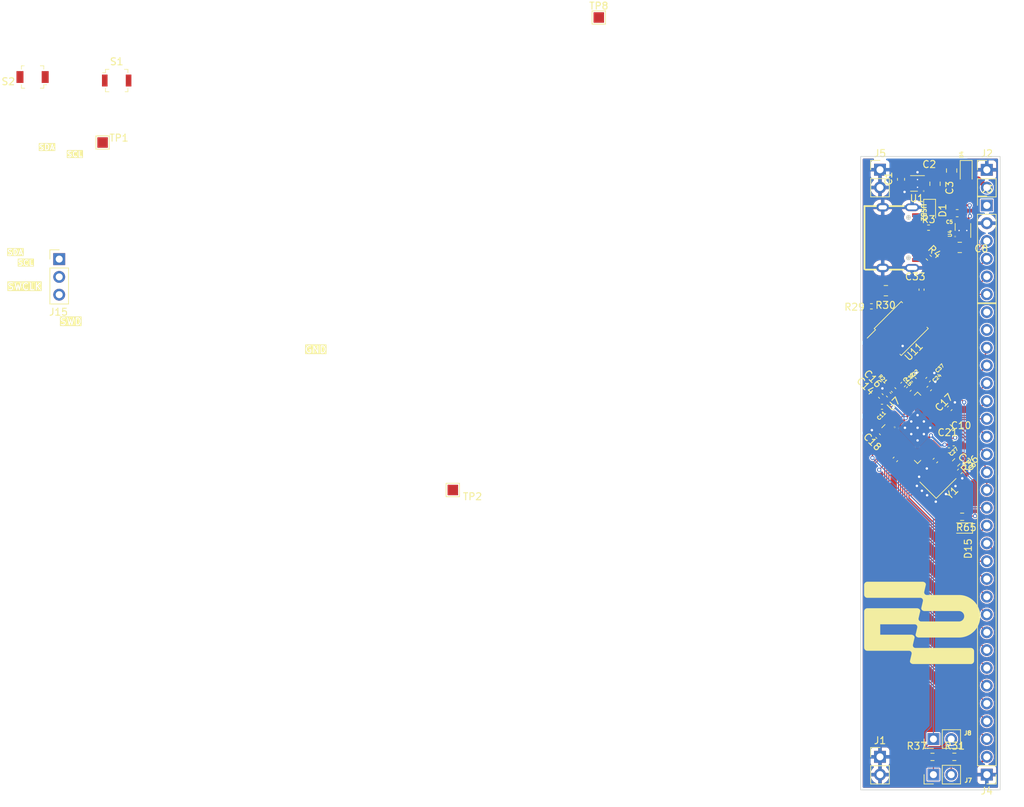
<source format=kicad_pcb>
(kicad_pcb (version 20240108) (generator "pcbnew") (generator_version "8.0")
  (layers (0 "F.Cu" signal) (31 "B.Cu" signal) (34 "B.Paste" user) (35 "F.Paste" user) (36 "B.SilkS" user "B.Silkscreen") (37 "F.SilkS" user "F.Silkscreen") (38 "B.Mask" user) (39 "F.Mask" user) (44 "Edge.Cuts" user))
  (net 0 "")
  (net 1 "GND")
  (net 2 "+12V")
  (net 3 "+3V3")
  (net 4 "/GPIO26_ADC0")
  (net 5 "/+3V3_SIG")
  (net 6 "+1V1")
  (net 7 "/XIN")
  (net 8 "Net-(C28-Pad1)")
  (net 9 "/VBUS")
  (net 10 "/USB_D+")
  (net 11 "/USB_D-")
  (net 12 "/GPIO4_SDA")
  (net 13 "/GPIO1_SCL")
  (net 14 "/BOOTSEL")
  (net 15 "/SWCLK")
  (net 16 "/SWD")
  (net 17 "/GPIO22_TEST_LED")
  (net 18 "/GPIO14")
  (net 19 "Net-(U7-USB_DP)")
  (net 20 "Net-(U7-USB_DM)")
  (net 21 "/GPIO17")
  (net 22 "/GPIO19")
  (net 23 "/GPIO25")
  (net 24 "/GPIO11")
  (net 25 "/GPIO12")
  (net 26 "/GPIO6")
  (net 27 "/QSPI_SS")
  (net 28 "/GPIO10")
  (net 29 "/GPIO24")
  (net 30 "/GPIO8")
  (net 31 "/GPIO16")
  (net 32 "/XOUT")
  (net 33 "/GPIO5")
  (net 34 "/GPIO23")
  (net 35 "/GPIO9")
  (net 36 "/RUN")
  (net 37 "/GPIO18")
  (net 38 "/GPIO13")
  (net 39 "Net-(D15-A)")
  (net 40 "/GPIO7")
  (net 41 "/GPIO15")
  (net 42 "/GPIO0")
  (net 43 "/GPIO20")
  (net 44 "/GPIO2")
  (net 45 "/GPIO21")
  (net 46 "/GPIO27_ADC1")
  (net 47 "/GPIO28_ADC2")
  (net 48 "/GPIO29_ADC3")
  (net 49 "/QSPI_SD3")
  (net 50 "/QSPI_SCLK")
  (net 51 "/QSPI_SD0")
  (net 52 "/QSPI_SD2")
  (net 53 "/QSPI_SD1")
  (net 54 "/GPIO3")
  (net 55 "Net-(USB2-CC1)")
  (net 56 "Net-(USB2-CC2)")
  (net 59 "12V_IN")
  (footprint "Connector_PinHeader_2.54mm:PinHeader_1x06_P2.54mm_Vertical" (layer "F.Cu") (at 223.52 43.18)
    (property "Reference" "J3")
    (property "Value" "ADCs Header")
  )
  (footprint "Connector_PinHeader_2.54mm:PinHeader_1x02_P2.54mm_Vertical" (layer "F.Cu") (at 208.28 121.92)
    (property "Reference" "J1")
    (property "Value" "GND1")
  )
  (footprint "Capacitor_SMD:C_0402_1005Metric" (layer "F.Cu") (at 210.47 79.45 -135)
    (property "Reference" "C20" (hide yes))
    (property "Value" "100n")
  )
  (footprint "Connector_PinHeader_2.54mm:PinHeader_1x03_P2.54mm_Vertical" (layer "F.Cu") (at 91.15 50.85)
    (property "Reference" "J15")
    (property "Value" "SWD")
  )
  (footprint "Resistor_SMD:R_0402_1005Metric" (layer "F.Cu") (at 215.24 50.64 -45)
    (property "Reference" "R4")
    (property "Value" "5.1k")
  )
  (footprint "TestPoint:TestPoint_Pad_1.5x1.5mm" (layer "F.Cu") (at 97.34 34.2)
    (property "Reference" "TP1")
    (property "Value" "RP2040 Power")
  )
  (footprint "emutelab:RP2040-QFN-56" (layer "F.Cu") (at 213.640523 74.936509 45)
    (property "Reference" "U7")
    (property "Value" "RP2040")
  )
  (footprint "Capacitor_SMD:C_0402_1005Metric" (layer "F.Cu") (at 218.8 77.16)
    (property "Reference" "C10")
    (property "Value" "100n")
  )
  (footprint "TestPoint:TestPoint_Pad_1.5x1.5mm" (layer "F.Cu") (at 168.15 16.35)
    (property "Reference" "TP8")
    (property "Value" "1V1")
  )
  (footprint "digikey-footprints:Switch_Tactile_SMD_B3U-1000P" (layer "F.Cu") (at 87.35 24.845 180)
    (property "Reference" "S2")
    (property "Value" "B3U-1000P")
  )
  (footprint "Resistor_SMD:R_0402_1005Metric" (layer "F.Cu") (at 207.049999 57.59)
    (property "Reference" "R29")
    (property "Value" "1k")
  )
  (footprint "Capacitor_SMD:C_0402_1005Metric" (layer "F.Cu") (at 208.004881 76.124449 135)
    (property "Reference" "C18")
    (property "Value" "100n")
  )
  (footprint "Capacitor_SMD:C_0402_1005Metric" (layer "F.Cu") (at 208.56433 71.931306 180)
    (property "Reference" "C11")
    (property "Value" "100n")
  )
  (footprint "Capacitor_SMD:C_0402_1005Metric" (layer "F.Cu") (at 215.3 69.33 45)
    (property "Reference" "C24")
    (property "Value" "100n")
  )
  (footprint "Resistor_SMD:R_0603_1608Metric" (layer "F.Cu") (at 219.15 79.875 -135)
    (property "Reference" "R36")
    (property "Value" "1k")
  )
  (footprint "digikey-footprints:Switch_Tactile_SMD_B3U-1000P" (layer "F.Cu") (at 99.35 25.35)
    (property "Reference" "S1")
    (property "Value" "B3U-1000P")
  )
  (footprint "Connector_PinHeader_2.54mm:PinHeader_1x02_P2.54mm_Vertical" (layer "F.Cu") (at 215.9 119.38 90)
    (property "Reference" "J8")
    (property "Value" "Conn_02x01")
  )
  (footprint "Capacitor_SMD:C_0805_2012Metric_Pad1.18x1.45mm_HandSolder" (layer "F.Cu") (at 219.66 49.18)
    (property "Reference" "C8")
    (property "Value" "22u 0805 ")
  )
  (footprint "Resistor_SMD:R_0603_1608Metric" (layer "F.Cu") (at 218.885 121.92 180)
    (property "Reference" "R31")
    (property "Value" "1.5k")
  )
  (footprint "Capacitor_SMD:C_0402_1005Metric" (layer "F.Cu") (at 212.396015 69.399863 45)
    (property "Reference" "C12")
    (property "Value" "1u")
  )
  (footprint "Capacitor_SMD:C_0402_1005Metric" (layer "F.Cu") (at 211.570589 68.749411 -135)
    (property "Reference" "R22")
    (property "Value" "27")
  )
  (footprint "Diode_SMD:D_SOD-323" (layer "F.Cu") (at 215.36 43.92 -90)
    (property "Reference" "D1")
    (property "Value" "1N5819")
  )
  (footprint "Package_SON:WSON-6-1EP_2x2mm_P0.65mm_EP1x1.6mm_ThermalVias" (layer "F.Cu") (at 220.115 46.765 90)
    (property "Reference" "U4")
    (property "Value" "TLV76733DRVR")
  )
  (footprint "Resistor_SMD:R_0402_1005Metric" (layer "F.Cu") (at 215.21 46.36)
    (property "Reference" "R3")
    (property "Value" "5.1k")
  )
  (footprint "Resistor_SMD:R_0603_1608Metric" (layer "F.Cu") (at 220 87.64 180)
    (property "Reference" "R65")
    (property "Value" "1.5k")
  )
  (footprint "LED_SMD:LED_0603_1608Metric" (layer "F.Cu") (at 220.007501 89.25 180)
    (property "Reference" "D15")
    (property "Value" "LED Test")
  )
  (footprint "Connector_PinHeader_2.54mm:PinHeader_1x02_P2.54mm_Vertical" (layer "F.Cu") (at 208.28 38.085)
    (property "Reference" "J5")
    (property "Value" "GND2")
  )
  (footprint "Crystal:Crystal_SMD_3225-4Pin_3.2x2.5mm" (layer "F.Cu") (at 216.548223 82.428858 45)
    (property "Reference" "Y1")
    (property "Value" "YXC X322512MSB4SI")
  )
  (footprint "Connector_PinHeader_2.54mm:PinHeader_1x02_P2.54mm_Vertical" (layer "F.Cu") (at 223.52 38.1)
    (property "Reference" "J2")
    (property "Value" "Power Header")
  )
  (footprint "Capacitor_SMD:C_0603_1608Metric_Pad1.08x0.95mm_HandSolder" (layer "F.Cu") (at 211.28 39.455001 90)
    (property "Reference" "C1")
    (property "Value" "1u")
  )
  (footprint "Capacitor_SMD:C_0402_1005Metric" (layer "F.Cu") (at 214.21 55.21 -90)
    (property "Reference" "C33")
    (property "Value" "100n")
  )
  (footprint "Capacitor_SMD:C_0402_1005Metric" (layer "F.Cu") (at 213.119411 68.079411 135)
    (property "Reference" "C15")
    (property "Value" "1u")
  )
  (footprint "Capacitor_SMD:C_0805_2012Metric_Pad1.18x1.45mm_HandSolder" (layer "F.Cu") (at 216.13 40.0925 90)
    (property "Reference" "C2")
    (property "Value" "22u 0805 ")
  )
  (footprint "Capacitor_SMD:C_0805_2012Metric" (layer "F.Cu") (at 218.5 38.2 90)
    (property "Reference" "C3")
    (property "Value" "22u")
  )
  (footprint "Connector_PinHeader_2.54mm:PinHeader_1x27_P2.54mm_Vertical" (layer "F.Cu") (at 223.52 124.46 180)
    (property "Reference" "J4")
    (property "Value" "Conn_01x26")
  )
  (footprint "emutelab:USB-C-SMD_TYPE-C-6PIN-2MD-073" (layer "F.Cu") (at 211.04 47.78 -90)
    (property "Reference" "USB2")
    (property "Value" "TYPE-C_16PIN_2MD(073)")
    (fp_poly (pts (xy -2.54 -1.305) (xy -2.55713 -1.413156) (xy -2.606844 -1.510725) (xy -2.684275 -1.588156) (xy -2.781844 -1.63787) (xy -2.89 -1.655) (xy -2.998155 -1.63787) (xy -3.095725 -1.588156) (xy -3.173156 -1.510725) (xy -3.22287 -1.413156) (xy -3.24 -1.305) (xy -3.22287 -1.196844) (xy -3.173156 -1.099275) (xy -3.095725 -1.021844) (xy -2.998156 -0.97213) (xy -2.890001 -0.955) (xy -2.781844 -0.97213) (xy -2.684275 -1.021844) (xy -2.606844 -1.099275) (xy -2.557129 -1.196844)) (fill solid) (layer "Edge.Cuts"))
    (fp_poly (pts (xy 3.24 -1.305) (xy 3.22287 -1.413156) (xy 3.173156 -1.510725) (xy 3.095725 -1.588156) (xy 2.998155 -1.63787) (xy 2.89 -1.655) (xy 2.781844 -1.63787) (xy 2.684275 -1.588156) (xy 2.606844 -1.510725) (xy 2.55713 -1.413156) (xy 2.54 -1.305) (xy 2.557129 -1.196844) (xy 2.606844 -1.099275) (xy 2.684275 -1.021844) (xy 2.781844 -0.97213) (xy 2.890001 -0.955) (xy 2.998156 -0.97213) (xy 3.095725 -1.021844) (xy 3.173156 -1.099275) (xy 3.22287 -1.196844)) (fill solid) (layer "Edge.Cuts"))
  )
  (footprint "Capacitor_SMD:C_0402_1005Metric" (layer "F.Cu") (at 219.660589 81.164411 45)
    (property "Reference" "C28")
    (property "Value" "30p")
  )
  (footprint "Capacitor_SMD:C_0402_1005Metric" (layer "F.Cu") (at 208.39379 70.396883 135)
    (property "Reference" "C16")
    (property "Value" "100n")
  )
  (footprint "Diode_SMD:D_SOD-323" (layer "F.Cu") (at 220.58 38.38 -90)
    (property "Reference" "D4")
    (property "Value" "1N5819")
  )
  (footprint "Capacitor_SMD:C_0603_1608Metric_Pad1.08x0.95mm_HandSolder" (layer "F.Cu") (at 219.29 44.290001)
    (property "Reference" "C5")
    (property "Value" "1u")
  )
  (footprint "TestPoint:TestPoint_Pad_1.5x1.5mm" (layer "F.Cu") (at 147.32 83.82)
    (property "Reference" "TP2")
    (property "Value" "Analog Power")
  )
  (footprint "Capacitor_SMD:C_0402_1005Metric" (layer "F.Cu") (at 216.185589 79.614411 -135)
    (property "Reference" "C27")
    (property "Value" "30p")
  )
  (footprint "Capacitor_SMD:C_0402_1005Metric" (layer "F.Cu") (at 215.14 68.06 45)
    (property "Reference" "C37")
    (property "Value" "100n")
  )
  (footprint "Connector_PinHeader_2.54mm:PinHeader_1x02_P2.54mm_Vertical" (layer "F.Cu") (at 215.9 124.46 90)
    (property "Reference" "J7")
    (property "Value" "Conn_02x01")
  )
  (footprint "Capacitor_SMD:C_0402_1005Metric" (layer "F.Cu") (at 210.218127 69.534214 -45)
    (property "Reference" "R21")
    (property "Value" "27")
  )
  (footprint "Capacitor_SMD:C_0805_2012Metric" (layer "F.Cu") (at 209.12 55.36)
    (property "Reference" "R30")
    (property "Value" "DNF")
  )
  (footprint "Package_SON:WSON-6-1EP_2x2mm_P0.65mm_EP1x1.6mm_ThermalVias" (layer "F.Cu") (at 213.63 40.0425 180)
    (property "Reference" "U1")
    (property "Value" "TLV76733DRVR")
  )
  (footprint "Capacitor_SMD:C_0402_1005Metric" (layer "F.Cu") (at 209.521626 70.216572 135)
    (property "Reference" "C14")
    (property "Value" "100n")
  )
  (footprint "Resistor_SMD:R_0603_1608Metric" (layer "F.Cu") (at 215.765 121.93)
    (property "Reference" "R37")
    (property "Value" "1.5k")
  )
  (footprint "Package_SO:SOIC-8_5.23x5.23mm_P1.27mm" (layer "F.Cu") (at 211.31 60.76 45)
    (property "Reference" "U11")
    (property "Value" "W25Q128JVS")
  )
  (footprint "Capacitor_SMD:C_0402_1005Metric" (layer "F.Cu") (at 218.12 78.16)
    (property "Reference" "C21")
    (property "Value" "100n")
  )
  (footprint "Capacitor_SMD:C_0402_1005Metric" (layer "F.Cu") (at 218.229411 72.160589 45)
    (property "Reference" "C17")
    (property "Value" "100n")
  )
  (gr_poly (pts (xy 214.386173 96.919512) (xy 214.409782 96.921265) (xy 214.433345 96.924153) (xy 214.456801 96.928149) (xy 214.480087 96.933223) (xy 214.503144 96.939348) (xy 214.525907 96.946496) (xy 214.548318 96.95464) (xy 214.570312 96.963751) (xy 214.59183 96.973802) (xy 214.612808 96.984764) (xy 214.633187 96.996609) (xy 214.652903 97.009311) (xy 214.671896 97.02284) (xy 214.690104 97.03717) (xy 214.707465 97.052271) (xy 214.723917 97.068117) (xy 214.739399 97.084678) (xy 214.75385 97.101929) (xy 214.767207 97.119839) (xy 214.779409 97.138382) (xy 214.790394 97.15753) (xy 214.800102 97.177254) (xy 214.808469 97.197527) (xy 214.815435 97.218321) (xy 214.820938 97.239608) (xy 214.824917 97.261361) (xy 214.827308 97.28355) (xy 214.828052 97.306149) (xy 214.827087 97.329129) (xy 214.82435 97.352462) (xy 214.81978 97.376121) (xy 214.591181 98.354551) (xy 214.58778 98.377876) (xy 214.585599 98.400903) (xy 214.584613 98.423602) (xy 214.584798 98.445944) (xy 214.58613 98.467901) (xy 214.588586 98.489443) (xy 214.59214 98.510542) (xy 214.59677 98.531168) (xy 214.602451 98.551292) (xy 214.609159 98.570886) (xy 214.61687 98.589921) (xy 214.62556 98.608367) (xy 214.635205 98.626196) (xy 214.645781 98.643378) (xy 214.657264 98.659885) (xy 214.669629 98.675688) (xy 214.682854 98.690758) (xy 214.696913 98.705065) (xy 214.711783 98.718581) (xy 214.72744 98.731277) (xy 214.74386 98.743123) (xy 214.761019 98.754092) (xy 214.778892 98.764153) (xy 214.797456 98.773278) (xy 214.816686 98.781438) (xy 214.836559 98.788605) (xy 214.857051 98.794748) (xy 214.878137 98.799839) (xy 214.899793 98.803849) (xy 214.921997 98.806749) (xy 214.944722 98.808511) (xy 214.967946 98.809104) (xy 219.551059 98.809104) (xy 219.707224 98.813067) (xy 219.861364 98.824828) (xy 220.013286 98.844194) (xy 220.162799 98.870971) (xy 220.309711 98.904969) (xy 220.453828 98.945994) (xy 220.594959 98.993853) (xy 220.732911 99.048354) (xy 220.867492 99.109304) (xy 220.998509 99.176511) (xy 221.125771 99.249782) (xy 221.249085 99.328924) (xy 221.368258 99.413745) (xy 221.483098 99.504052) (xy 221.593413 99.599652) (xy 221.699011 99.700353) (xy 221.799699 99.805963) (xy 221.895285 99.916288) (xy 221.985577 100.031136) (xy 222.070381 100.150314) (xy 222.149507 100.27363) (xy 222.222761 100.400892) (xy 222.289952 100.531905) (xy 222.350886 100.666479) (xy 222.405372 100.80442) (xy 222.453217 100.945535) (xy 222.494229 101.089633) (xy 222.528216 101.23652) (xy 222.554984 101.386003) (xy 222.574343 101.537891) (xy 222.586099 101.69199) (xy 222.590061 101.848108) (xy 222.586098 102.004225) (xy 222.574337 102.15832) (xy 222.554972 102.3102) (xy 222.528194 102.459674) (xy 222.494196 102.606549) (xy 222.453171 102.750632) (xy 222.405312 102.891732) (xy 222.350811 103.029655) (xy 222.289861 103.164209) (xy 222.222654 103.295202) (xy 222.149384 103.422442) (xy 222.070241 103.545735) (xy 221.985421 103.66489) (xy 221.895114 103.779714) (xy 221.799513 103.890014) (xy 221.698812 103.995599) (xy 221.593203 104.096275) (xy 221.482878 104.191851) (xy 221.36803 104.282134) (xy 221.248851 104.366931) (xy 221.125535 104.446051) (xy 220.998274 104.5193) (xy 220.86726 104.586486) (xy 220.732687 104.647416) (xy 220.594746 104.7019) (xy 220.453631 104.749743) (xy 220.309534 104.790753) (xy 220.162647 104.824739) (xy 220.013164 104.851507) (xy 219.861276 104.870866) (xy 219.707177 104.882622) (xy 219.551059 104.886583) (xy 213.824417 104.886583) (xy 213.800823 104.885994) (xy 213.77721 104.884245) (xy 213.75364 104.881364) (xy 213.730175 104.877378) (xy 213.706877 104.872314) (xy 213.683808 104.866202) (xy 213.66103 104.859067) (xy 213.638605 104.850939) (xy 213.616595 104.841844) (xy 213.595061 104.831809) (xy 213.574066 104.820864) (xy 213.553671 104.809034) (xy 213.533938 104.796349) (xy 213.51493 104.782835) (xy 213.496708 104.76852) (xy 213.479334 104.753431) (xy 213.46287 104.737597) (xy 213.447378 104.721045) (xy 213.43292 104.703803) (xy 213.419558 104.685897) (xy 213.407353 104.667357) (xy 213.396368 104.648208) (xy 213.386665 104.62848) (xy 213.378305 104.6082) (xy 213.37135 104.587394) (xy 213.365862 104.566092) (xy 213.361904 104.54432) (xy 213.359537 104.522106) (xy 213.358822 104.499477) (xy 213.359823 104.476462) (xy 213.362601 104.453088) (xy 213.367217 104.429383) (xy 213.595287 103.453069) (xy 213.598784 103.429644) (xy 213.601055 103.406518) (xy 213.602125 103.383721) (xy 213.602017 103.36128) (xy 213.600756 103.339226) (xy 213.598366 103.317588) (xy 213.59487 103.296394) (xy 213.590293 103.275674) (xy 213.584659 103.255457) (xy 213.577991 103.235773) (xy 213.570314 103.21665) (xy 213.561652 103.198117) (xy 213.552029 103.180204) (xy 213.541468 103.16294) (xy 213.529995 103.146354) (xy 213.517632 103.130476) (xy 213.504404 103.115333) (xy 213.490335 103.100957) (xy 213.47545 103.087375) (xy 213.459771 103.074616) (xy 213.443323 103.062711) (xy 213.42613 103.051688) (xy 213.408217 103.041577) (xy 213.389607 103.032406) (xy 213.370323 103.024205) (xy 213.350391 103.017002) (xy 213.329835 103.010828) (xy 213.308677 103.005711) (xy 213.286943 103.00168) (xy 213.264656 102.998765) (xy 213.24184 102.996994) (xy 213.21852 102.996398) (xy 208.311557 102.996398) (xy 208.311557 104.48124) (xy 212.74809 104.48124) (xy 212.771683 104.48183) (xy 212.795292 104.483584) (xy 212.818855 104.486472) (xy 212.842311 104.490467) (xy 212.865598 104.495541) (xy 212.888654 104.501666) (xy 212.911418 104.508815) (xy 212.933828 104.516959) (xy 212.955822 104.52607) (xy 212.97734 104.53612) (xy 212.998319 104.547082) (xy 213.018697 104.558928) (xy 213.038414 104.57163) (xy 213.057406 104.585159) (xy 213.075614 104.599489) (xy 213.092975 104.61459) (xy 213.109427 104.630436) (xy 213.124909 104.646998) (xy 213.13936 104.664248) (xy 213.152717 104.682158) (xy 213.164919 104.700701) (xy 213.175905 104.719849) (xy 213.185612 104.739574) (xy 213.19398 104.759847) (xy 213.200946 104.780641) (xy 213.206449 104.801928) (xy 213.210427 104.82368) (xy 213.212819 104.845869) (xy 213.213563 104.868468) (xy 213.212597 104.891448) (xy 213.20986 104.914781) (xy 213.205291 104.93844) (xy 212.976691 105.916869) (xy 212.973289 105.940194) (xy 212.971103 105.963221) (xy 212.97011 105.98592) (xy 212.970286 106.008263) (xy 212.971608 106.03022) (xy 212.974051 106.051762) (xy 212.977591 106.072861) (xy 212.982206 106.093487) (xy 212.987871 106.113611) (xy 212.994563 106.133205) (xy 213.002257 106.15224) (xy 213.010931 106.170686) (xy 213.02056 106.188515) (xy 213.031121 106.205697) (xy 213.042589 106.222205) (xy 213.054942 106.238007) (xy 213.068155 106.253077) (xy 213.082205 106.267384) (xy 213.097067 106.2809) (xy 213.112719 106.293596) (xy 213.129136 106.305442) (xy 213.146295 106.316411) (xy 213.164172 106.326472) (xy 213.182744 106.335597) (xy 213.201985 106.343758) (xy 213.221874 106.350924) (xy 213.242386 106.357067) (xy 213.263496 106.362158) (xy 213.285183 106.366168) (xy 213.307421 106.369069) (xy 213.330187 106.37083) (xy 213.353458 106.371424) (xy 221.246506 106.371424) (xy 221.269981 106.37202) (xy 221.293156 106.373791) (xy 221.316003 106.376706) (xy 221.338492 106.380738) (xy 221.360594 106.385856) (xy 221.382279 106.392032) (xy 221.403519 106.399236) (xy 221.424283 106.40744) (xy 221.444542 106.416614) (xy 221.464268 106.42673) (xy 221.48343 106.437758) (xy 221.501999 106.44967) (xy 221.519947 106.462436) (xy 221.537243 106.476026) (xy 221.553858 106.490413) (xy 221.569763 106.505567) (xy 221.584928 106.521459) (xy 221.599325 106.53806) (xy 221.612924 106.55534) (xy 221.625695 106.573271) (xy 221.637609 106.591824) (xy 221.648637 106.61097) (xy 221.658749 106.630679) (xy 221.667916 106.650922) (xy 221.676109 106.671671) (xy 221.683298 106.692896) (xy 221.689454 106.714569) (xy 221.694548 106.73666) (xy 221.69855 106.759139) (xy 221.70143 106.781979) (xy 221.703161 106.80515) (xy 221.703711 106.828623) (xy 221.703711 108.210808) (xy 221.703113 108.234234) (xy 221.701338 108.257365) (xy 221.698416 108.28017) (xy 221.694375 108.30262) (xy 221.689246 108.324686) (xy 221.683058 108.346339) (xy 221.675839 108.367548) (xy 221.66762 108.388286) (xy 221.65843 108.408522) (xy 221.648298 108.428228) (xy 221.637253 108.447373) (xy 221.625325 108.465928) (xy 221.612543 108.483864) (xy 221.598937 108.501153) (xy 221.584535 108.517763) (xy 221.569368 108.533667) (xy 221.553465 108.548834) (xy 221.536854 108.563235) (xy 221.519566 108.576841) (xy 221.50163 108.589623) (xy 221.483074 108.601551) (xy 221.463929 108.612595) (xy 221.444224 108.622728) (xy 221.423987 108.631918) (xy 221.40325 108.640137) (xy 221.38204 108.647355) (xy 221.360387 108.653544) (xy 221.338321 108.658673) (xy 221.315871 108.662713) (xy 221.293066 108.665636) (xy 221.269935 108.667411) (xy 221.246509 108.668009) (xy 213.016381 108.668009) (xy 213.016182 108.668003) (xy 213.015982 108.667986) (xy 213.015781 108.66796) (xy 213.015578 108.667926) (xy 213.015161 108.667841) (xy 213.014726 108.667744) (xy 213.014266 108.667647) (xy 213.014025 108.667602) (xy 213.013775 108.667562) (xy 213.013516 108.667528) (xy 213.013247 108.667502) (xy 213.012967 108.667485) (xy 213.012676 108.667479) (xy 212.989235 108.666702) (xy 212.965783 108.664787) (xy 212.942382 108.661759) (xy 212.919092 108.657646) (xy 212.895974 108.652476) (xy 212.873089 108.646274) (xy 212.850498 108.639068) (xy 212.828261 108.630884) (xy 212.80644 108.621751) (xy 212.785095 108.611693) (xy 212.764288 108.60074) (xy 212.744078 108.588917) (xy 212.724527 108.576251) (xy 212.705696 108.56277) (xy 212.687646 108.5485) (xy 212.670437 108.533468) (xy 212.65413 108.517701) (xy 212.638786 108.501227) (xy 212.624467 108.484071) (xy 212.611232 108.466262) (xy 212.599143 108.447825) (xy 212.58826 108.428788) (xy 212.578645 108.409178) (xy 212.570358 108.389022) (xy 212.56346 108.368346) (xy 212.558012 108.347178) (xy 212.554074 108.325545) (xy 212.551708 108.303473) (xy 212.550975 108.280989) (xy 212.551935 108.258121) (xy 212.554649 108.234895) (xy 212.559179 108.211338) (xy 212.559179 108.210808) (xy 212.78778 107.233438) (xy 212.791228 107.210063) (xy 212.793455 107.186987) (xy 212.794483 107.164238) (xy 212.794336 107.141847) (xy 212.79304 107.119842) (xy 212.790617 107.098251) (xy 212.787091 107.077105) (xy 212.782488 107.056432) (xy 212.77683 107.036261) (xy 212.770142 107.016622) (xy 212.762448 106.997543) (xy 212.753772 106.979054) (xy 212.744138 106.961183) (xy 212.73357 106.94396) (xy 212.722092 106.927413) (xy 212.709727 106.911573) (xy 212.696501 106.896467) (xy 212.682437 106.882125) (xy 212.667559 106.868576) (xy 212.651891 106.855849) (xy 212.635457 106.843973) (xy 212.618282 106.832978) (xy 212.600389 106.822891) (xy 212.581801 106.813743) (xy 212.562545 106.805563) (xy 212.542642 106.798378) (xy 212.522118 106.79222) (xy 212.500996 106.787116) (xy 212.4793 106.783095) (xy 212.457055 106.780187) (xy 212.434285 106.778421) (xy 212.411013 106.777826) (xy 206.472176 106.777826) (xy 206.44875 106.777228) (xy 206.425619 106.775453) (xy 206.402814 106.772531) (xy 206.380364 106.76849) (xy 206.358298 106.763361) (xy 206.336645 106.757173) (xy 206.315436 106.749954) (xy 206.294698 106.741735) (xy 206.274462 106.732545) (xy 206.254757 106.722413) (xy 206.235612 106.711368) (xy 206.217056 106.69944) (xy 206.19912 106.686658) (xy 206.181831 106.673052) (xy 206.165221 106.658651) (xy 206.149318 106.643483) (xy 206.13415 106.62758) (xy 206.119749 106.61097) (xy 206.106143 106.593681) (xy 206.093361 106.575745) (xy 206.081433 106.557189) (xy 206.070389 106.538044) (xy 206.060256 106.518339) (xy 206.051066 106.498103) (xy 206.042847 106.477365) (xy 206.035629 106.456156) (xy 206.02944 106.434503) (xy 206.024311 106.412437) (xy 206.020271 106.389987) (xy 206.017348 106.367182) (xy 206.015574 106.344052) (xy 206.014975 106.320626) (xy 206.014975 101.157018) (xy 206.015574 101.133592) (xy 206.017348 101.110461) (xy 206.020271 101.087657) (xy 206.024311 101.065207) (xy 206.02944 101.043141) (xy 206.035629 101.021488) (xy 206.042847 101.000278) (xy 206.051066 100.979541) (xy 206.060256 100.959304) (xy 206.070389 100.939599) (xy 206.081433 100.920454) (xy 206.093361 100.901899) (xy 206.106143 100.883962) (xy 206.119749 100.866674) (xy 206.13415 100.850063) (xy 206.149318 100.83416) (xy 206.165221 100.818993) (xy 206.181831 100.804592) (xy 206.19912 100.790985) (xy 206.217056 100.778204) (xy 206.235612 100.766276) (xy 206.254757 100.755231) (xy 206.274462 100.745099) (xy 206.294698 100.735908) (xy 206.315436 100.727689) (xy 206.336645 100.720471) (xy 206.358298 100.714282) (xy 206.380364 100.709153) (xy 206.402814 100.705113) (xy 206.425619 100.70219) (xy 206.44875 100.700415) (xy 206.472176 100.699817) (xy 213.554541 100.699817) (xy 213.578134 100.700408) (xy 213.601743 100.702161) (xy 213.625306 100.70505) (xy 213.648762 100.709045) (xy 213.672049 100.714119) (xy 213.695105 100.720244) (xy 213.717869 100.727392) (xy 213.740279 100.735536) (xy 213.762274 100.744647) (xy 213.783791 100.754698) (xy 213.80477 100.76566) (xy 213.825149 100.777506) (xy 213.844865 100.790207) (xy 213.863858 100.803737) (xy 213.882065 100.818066) (xy 213.899426 100.833168) (xy 213.915879 100.849013) (xy 213.931361 100.865575) (xy 213.945811 100.882825) (xy 213.959168 100.900736) (xy 213.971371 100.919279) (xy 213.982356 100.938427) (xy 213.992063 100.958151) (xy 214.000431 100.978424) (xy 214.007397 100.999218) (xy 214.0129 101.020505) (xy 214.016878 101.042258) (xy 214.01927 101.064447) (xy 214.020014 101.087046) (xy 214.019048 101.110025) (xy 214.016312 101.133359) (xy 214.011742 101.157018) (xy 213.783142 102.135446) (xy 213.779742 102.158772) (xy 213.77756 102.181799) (xy 213.776574 102.204498) (xy 213.776759 102.22684) (xy 213.778091 102.248797) (xy 213.780547 102.270339) (xy 213.784101 102.291438) (xy 213.788731 102.312064) (xy 213.794412 102.332189) (xy 213.80112 102.351783) (xy 213.808831 102.370817) (xy 213.817521 102.389263) (xy 213.827166 102.407092) (xy 213.837742 102.424274) (xy 213.849225 102.440781) (xy 213.86159 102.456584) (xy 213.874815 102.471654) (xy 213.888874 102.485961) (xy 213.903745 102.499477) (xy 213.919402 102.512172) (xy 213.935821 102.524019) (xy 213.95298 102.534987) (xy 213.970853 102.545048) (xy 213.989417 102.554174) (xy 214.008647 102.562334) (xy 214.028521 102.5695) (xy 214.049012 102.575643) (xy 214.070098 102.580734) (xy 214.091755 102.584744) (xy 214.113958 102.587645) (xy 214.136684 102.589406) (xy 214.159908 102.59) (xy 219.55 102.59) (xy 219.588166 102.589031) (xy 219.625834 102.586156) (xy 219.662959 102.581422) (xy 219.699494 102.574876) (xy 219.735392 102.566566) (xy 219.770606 102.556538) (xy 219.805089 102.54484) (xy 219.838793 102.531519) (xy 219.871674 102.516622) (xy 219.903682 102.500196) (xy 219.934772 102.482289) (xy 219.964896 102.462947) (xy 219.994008 102.442219) (xy 220.022061 102.42015) (xy 220.049008 102.396789) (xy 220.074801 102.372182) (xy 220.099395 102.346377) (xy 220.122742 102.31942) (xy 220.144795 102.29136) (xy 220.165507 102.262243) (xy 220.184832 102.232116) (xy 220.202723 102.201027) (xy 220.219132 102.169022) (xy 220.234013 102.136149) (xy 220.247319 102.102456) (xy 220.259003 102.067989) (xy 220.269019 102.032795) (xy 220.277318 101.996922) (xy 220.283855 101.960417) (xy 220.288582 101.923327) (xy 220.291452 101.885699) (xy 220.29242 101.84758) (xy 220.291451 101.809415) (xy 220.288576 101.771747) (xy 220.283842 101.734622) (xy 220.277296 101.698087) (xy 220.268986 101.662189) (xy 220.258958 101.626975) (xy 220.24726 101.592492) (xy 220.233938 101.558788) (xy 220.219041 101.525908) (xy 220.202615 101.493899) (xy 220.184708 101.462809) (xy 220.165367 101.432685) (xy 220.144638 101.403573) (xy 220.122569 101.37552) (xy 220.099208 101.348573) (xy 220.074601 101.322779) (xy 220.048796 101.298185) (xy 220.021839 101.274838) (xy 219.993779 101.252785) (xy 219.964661 101.232073) (xy 219.934535 101.212747) (xy 219.903445 101.194857) (xy 219.871441 101.178447) (xy 219.838568 101.163566) (xy 219.804875 101.15026) (xy 219.770408 101.138576) (xy 219.735214 101.128561) (xy 219.699341 101.120261) (xy 219.662836 101.113725) (xy 219.625746 101.108997) (xy 219.588119 101.106127) (xy 219.55 101.105159) (xy 214.630338 101.105159) (xy 214.606744 101.104569) (xy 214.58313 101.102815) (xy 214.559561 101.099927) (xy 214.536096 101.095932) (xy 214.512798 101.090858) (xy 214.489729 101.084733) (xy 214.466951 101.077584) (xy 214.444526 101.06944) (xy 214.422516 101.060329) (xy 214.400982 101.050279) (xy 214.379987 101.039317) (xy 214.359592 101.027471) (xy 214.339859 101.014769) (xy 214.320851 101.00124) (xy 214.302629 100.98691) (xy 214.285255 100.971809) (xy 214.268791 100.955963) (xy 214.253299 100.939401) (xy 214.238841 100.922151) (xy 214.225479 100.904241) (xy 214.213274 100.885698) (xy 214.202289 100.86655) (xy 214.192585 100.846825) (xy 214.184225 100.826552) (xy 214.17727 100.805758) (xy 214.171783 100.784471) (xy 214.167824 100.762719) (xy 214.165457 100.74053) (xy 214.164743 100.717931) (xy 214.165744 100.694951) (xy 214.168521 100.671618) (xy 214.173137 100.647959) (xy 214.401209 99.671646) (xy 214.404706 99.648221) (xy 214.406977 99.625095) (xy 214.408047 99.602297) (xy 214.407939 99.579857) (xy 214.406678 99.557803) (xy 214.404288 99.536164) (xy 214.400792 99.514971) (xy 214.396215 99.494251) (xy 214.39058 99.474034) (xy 214.383913 99.454349) (xy 214.376236 99.435226) (xy 214.367573 99.416694) (xy 214.35795 99.398781) (xy 214.34739 99.381517) (xy 214.335916 99.364931) (xy 214.323553 99.349052) (xy 214.310325 99.33391) (xy 214.296257 99.319533) (xy 214.281371 99.305951) (xy 214.265692 99.293193) (xy 214.249244 99.281288) (xy 214.232052 99.270265) (xy 214.214138 99.260154) (xy 214.195528 99.250983) (xy 214.176245 99.242781) (xy 214.156313 99.235579) (xy 214.135756 99.229405) (xy 214.114598 99.224288) (xy 214.092864 99.220257) (xy 214.070577 99.217342) (xy 214.047762 99.215571) (xy 214.024442 99.214975) (xy 206.472176 99.214975) (xy 206.44875 99.214376) (xy 206.425619 99.212601) (xy 206.402814 99.209679) (xy 206.380364 99.205639) (xy 206.358298 99.20051) (xy 206.336645 99.194321) (xy 206.315436 99.187103) (xy 206.294698 99.178884) (xy 206.274462 99.169693) (xy 206.254757 99.159561) (xy 206.235612 99.148517) (xy 206.217056 99.136589) (xy 206.19912 99.123807) (xy 206.181831 99.110201) (xy 206.165221 99.095799) (xy 206.149318 99.080632) (xy 206.13415 99.064729) (xy 206.119749 99.048119) (xy 206.106143 99.03083) (xy 206.093361 99.012894) (xy 206.081433 98.994339) (xy 206.070389 98.975194) (xy 206.060256 98.955488) (xy 206.051066 98.935252) (xy 206.042847 98.914515) (xy 206.035629 98.893305) (xy 206.02944 98.871652) (xy 206.024311 98.849586) (xy 206.020271 98.827136) (xy 206.017348 98.804331) (xy 206.015574 98.781201) (xy 206.014975 98.757775) (xy 206.014975 97.376121) (xy 206.015574 97.352695) (xy 206.017348 97.329565) (xy 206.020271 97.30676) (xy 206.024311 97.28431) (xy 206.02944 97.262244) (xy 206.035629 97.240591) (xy 206.042847 97.219381) (xy 206.051066 97.198644) (xy 206.060256 97.178407) (xy 206.070389 97.158702) (xy 206.081433 97.139557) (xy 206.093361 97.121002) (xy 206.106143 97.103065) (xy 206.119749 97.085777) (xy 206.13415 97.069167) (xy 206.149318 97.053263) (xy 206.165221 97.038096) (xy 206.181831 97.023695) (xy 206.19912 97.010089) (xy 206.217056 96.997307) (xy 206.235612 96.985379) (xy 206.254757 96.974334) (xy 206.274462 96.964202) (xy 206.294698 96.955012) (xy 206.315436 96.946793) (xy 206.336645 96.939575) (xy 206.358298 96.933386) (xy 206.380364 96.928257) (xy 206.402814 96.924217) (xy 206.425619 96.921294) (xy 206.44875 96.919519) (xy 206.472176 96.918921) (xy 214.36258 96.918921)) (fill solid) (layer "F.SilkS"))
  (gr_rect (start 205.515 36.195) (end 225.425 126.635) (stroke (width 0.1)) (fill none) (layer "Edge.Cuts"))
  (gr_text "SWCLK" (at 83.65 55.35 0) (layer "F.SilkS" knockout) (effects (font (size 1 1)) (justify left bottom)))
  (gr_text "SDA" (at 83.65 50.35 0) (layer "F.SilkS" knockout) (effects (font (size 0.8 0.8)) (justify left bottom)))
  (gr_text "SDA" (at 88.15 35.35 0) (layer "F.SilkS" knockout) (effects (font (size 0.8 0.8)) (justify left bottom)))
  (gr_text "o" (at 219.090001 47.74 90) (layer "F.SilkS" knockout) (effects (font (size 0.2 0.2) (thickness 0.05)) (justify left bottom)))
  (gr_text "SCL\n" (at 92.15 36.35 0) (layer "F.SilkS" knockout) (effects (font (size 0.8 0.8)) (justify left bottom)))
  (gr_text "SCL\n" (at 85.15 51.85 0) (layer "F.SilkS" knockout) (effects (font (size 0.8 0.8)) (justify left bottom)))
  (gr_text "GND\n" (at 126.15 64.35 0) (layer "F.SilkS" knockout) (effects (font (size 1 1)) (justify left bottom)))
  (gr_text "o" (at 210.352475 75.00722 45) (layer "F.SilkS" knockout) (effects (font (size 0.2 0.2) (thickness 0.05)) (justify left bottom)))
  (gr_text "o" (at 214.63 41.0425 180) (layer "F.SilkS" knockout) (effects (font (size 0.2 0.2) (thickness 0.05)) (justify left bottom)))
  (gr_text "SWD\n" (at 91.15 60.35 0) (layer "F.SilkS" knockout) (effects (font (size 1 1)) (justify left bottom)))
  (segment (start 215.639411 68.900589) (end 216.17 68.37) (width 0.3) (layer "F.Cu") (net 1))
  (segment (start 215.364096 78.074295) (end 215.846178 78.556377) (width 0.15) (layer "F.Cu") (net 1))
  (segment (start 212.78 67.74) (end 212.82 67.74) (width 0.3) (layer "F.Cu") (net 1))
  (segment (start 212.633054 40.0425) (end 212.7425 40.0425) (width 0.3) (layer "F.Cu") (net 1))
  (segment (start 212.7425 40.0425) (end 213.63 40.0425) (width 0.3) (layer "F.Cu") (net 1))
  (segment (start 211.781034 41.120687) (end 212.055 40.846722) (width 0.3) (layer "F.Cu") (net 1))
  (segment (start 212.055 40.620554) (end 212.633054 40.0425) (width 0.3) (layer "F.Cu") (net 1))
  (segment (start 218.568822 71.821178) (end 218.568822 71.705268) (width 0.15) (layer "F.Cu") (net 1))
  (segment (start 218.568822 71.705268) (end 218.967045 71.307045) (width 0.15) (layer "F.Cu") (net 1))
  (segment (start 215.479411 67.660589) (end 216.03 67.11) (width 0.3) (layer "F.Cu") (net 1))
  (segment (start 208.08433 71.931306) (end 207.901363 71.748339) (width 0.3) (layer "F.Cu") (net 1))
  (segment (start 207.901363 70.210488) (end 208.054379 70.057472) (width 0.3) (layer "F.Cu") (net 1))
  (segment (start 207.901363 71.748339) (end 207.901363 70.210488) (width 0.3) (layer "F.Cu") (net 1))
  (segment (start 220.115 45.877501) (end 220.115 44.3275) (width 0.3) (layer "F.Cu") (net 1))
  (segment (start 208.054379 70.057472) (end 208.054379 69.880695) (width 0.3) (layer "F.Cu") (net 1))
  (segment (start 215.846178 78.556377) (end 215.846178 79.953822) (width 0.15) (layer "F.Cu") (net 1))
  (segment (start 220.115 44.3275) (end 220.1525 44.29) (width 0.3) (layer "F.Cu") (net 1))
  (segment (start 207.66547 75.785037) (end 207.152817 75.272385) (width 0.3) (layer "F.Cu") (net 1))
  (segment (start 215.479411 67.720589) (end 215.479411 67.660589) (width 0.3) (layer "F.Cu") (net 1))
  (segment (start 210.130589 80.980589) (end 210.22 81.07) (width 0.3) (layer "F.Cu") (net 1))
  (segment (start 212.055 40.846722) (end 212.055 40.620554) (width 0.3) (layer "F.Cu") (net 1))
  (segment (start 210.130589 79.789411) (end 210.130589 80.980589) (width 0.3) (layer "F.Cu") (net 1))
  (segment (start 208.620064 69.31501) (end 209.182214 69.87716) (width 0.5) (layer "F.Cu") (net 1))
  (segment (start 210.111454 64.652622) (end 211.512038 63.252038) (width 0.3) (layer "F.Cu") (net 1))
  (segment (start 212.82 67.74) (end 213.46 67.1) (width 0.3) (layer "F.Cu") (net 1))
  (segment (start 208.054379 69.880695) (end 208.620064 69.31501) (width 0.3) (layer "F.Cu") (net 1))
  (segment (start 211.781035 41.257519) (end 211.781034 41.120687) (width 0.3) (layer "F.Cu") (net 1))
  (segment (start 209.450736 118.69) (end 210 118.69) (width 0.15) (layer "F.Cu") (net 1))
  (segment (start 213.63 39.4925) (end 213.63 38.4425) (width 0.3) (layer "F.Cu") (net 1))
  (segment (start 207.152817 75.272385) (end 207.117462 75.272384) (width 0.3) (layer "F.Cu") (net 1))
  (segment (start 210.111454 64.652623) (end 210.111454 64.652622) (width 0.3) (layer "F.Cu") (net 1))
  (segment (start 215.639411 68.990589) (end 215.639411 68.900589) (width 0.3) (layer "F.Cu") (net 1))
  (via (at 216.24 85.49) (size 0.6) (drill 0.35) (layers "F.Cu" "B.Cu") (net 1))
  (via (at 213.46 67.1) (size 0.6) (drill 0.35) (layers "F.Cu" "B.Cu") (net 1))
  (via (at 214.26 83.93) (size 0.6) (drill 0.35) (layers "F.Cu" "B.Cu") (net 1))
  (via (at 217.69 84.4) (size 0.6) (drill 0.35) (layers "F.Cu" "B.Cu") (net 1))
  (via (at 213.54 83.23) (size 0.6) (drill 0.35) (layers "F.Cu" "B.Cu") (net 1))
  (via (at 218.967045 71.307045) (size 0.6) (drill 0.35) (layers "F.Cu" "B.Cu") (net 1))
  (via (at 221.04 81.12) (size 0.6) (drill 0.35) (layers "F.Cu" "B.Cu") (net 1))
  (via (at 216.17 68.37) (size 0.6) (drill 0.35) (layers "F.Cu" "B.Cu") (net 1))
  (via (at 219.05 83.26) (size 0.6) (drill 0.35) (layers "F.Cu" "B.Cu") (net 1))
  (via (at 215 84.57) (size 0.6) (drill 0.35) (layers "F.Cu" "B.Cu") (net 1))
  (via (at 220.02 82.15) (size 0.6) (drill 0.35) (layers "F.Cu" "B.Cu") (net 1))
  (via (at 207.117462 75.272384) (size 0.6) (drill 0.35) (layers "F.Cu" "B.Cu") (net 1))
  (via (at 211.781035 41.257519) (size 0.6) (drill 0.35) (layers "F.Cu" "B.Cu") (net 1))
  (via (at 213.86 81.93) (size 0.6) (drill 0.35) (layers "F.Cu" "B.Cu") (net 1))
  (via (at 216.03 67.11) (size 0.6) (drill 0.35) (layers "F.Cu" "B.Cu") (net 1))
  (via (at 213.63 38.4425) (size 0.6) (drill 0.35) (layers "F.Cu" "B.Cu") (net 1))
  (via (at 208.620064 69.31501) (size 0.6) (drill 0.35) (layers "F.Cu" "B.Cu") (net 1))
  (via (at 214.96 80.75) (size 0.6) (drill 0.35) (layers "F.Cu" "B.Cu") (net 1))
  (via (at 211.512038 63.252038) (size 0.6) (drill 0.35) (layers "F.Cu" "B.Cu") (net 1))
  (segment (start 219.465 45.327499) (end 218.4275 44.29) (width 0.3) (layer "F.Cu") (net 2))
  (segment (start 218.4 39.41) (end 218.5 39.41) (width 0.73) (layer "F.Cu") (net 2))
  (segment (start 218.427499 44.290001) (end 218.427499 41.28) (width 0.73) (layer "F.Cu") (net 2))
  (segment (start 212.7425 40.6925) (end 212.7425 41.144582) (width 0.3) (layer "F.Cu") (net 2))
  (segment (start 211.28 40.3175) (end 211.0175 40.055) (width 0.3) (layer "F.Cu") (net 2))
  (segment (start 218.5 39.41) (end 220.58 37.33) (width 0.73) (layer "F.Cu") (net 2))
  (segment (start 221.11707 44.710454) (end 221.11707 44.812929) (width 0.3) (layer "F.Cu") (net 2))
  (segment (start 210.805 40.317502) (end 211.28 40.317502) (width 1) (layer "F.Cu") (net 2))
  (segment (start 218.31722 39.15) (end 216.57222 37.405) (width 1) (layer "F.Cu") (net 2))
  (segment (start 212.029563 41.857519) (end 211.532505 41.857519) (width 0.3) (layer "F.Cu") (net 2))
  (segment (start 211.181034 41.506048) (end 211.181034 40.416466) (width 0.3) (layer "F.Cu") (net 2))
  (segment (start 212.7425 41.144582) (end 212.029563 41.857519) (width 0.3) (layer "F.Cu") (net 2))
  (segment (start 210.155 37.918304) (end 210.155 39.667502) (width 1) (layer "F.Cu") (net 2))
  (segment (start 211.532505 41.857519) (end 211.181034 41.506048) (width 0.3) (layer "F.Cu") (net 2))
  (segment (start 218.427499 41.28) (end 218.427499 39.437499) (width 0.73) (layer "F.Cu") (net 2))
  (segment (start 210.155 39.667502) (end 210.805 40.317502) (width 1) (layer "F.Cu") (net 2))
  (segment (start 216.837499 42.87) (end 218.427499 41.28) (width 0.3) (layer "F.Cu") (net 2))
  (segment (start 219.5475 43.17) (end 221.07 43.17) (width 0.3) (layer "F.Cu") (net 2))
  (segment (start 221.11707 44.812929) (end 220.764999 45.165) (width 0.3) (layer "F.Cu") (net 2))
  (segment (start 220.765 45.8775) (end 220.764999 45.165) (width 0.3) (layer "F.Cu") (net 2))
  (segment (start 219.465 45.8775) (end 219.465 45.327499) (width 0.3) (layer "F.Cu") (net 2))
  (segment (start 212.205 39.3925) (end 211.28 40.3175) (width 0.3) (layer "F.Cu") (net 2))
  (segment (start 212.7425 39.3925) (end 212.205 39.3925) (width 0.3) (layer "F.Cu") (net 2))
  (segment (start 216.57222 37.405) (end 210.668304 37.405) (width 1) (layer "F.Cu") (net 2))
  (segment (start 218.5 39.15) (end 218.31722 39.15) (width 1) (layer "F.Cu") (net 2))
  (segment (start 210.668304 37.405) (end 210.155 37.918304) (width 1) (layer "F.Cu") (net 2))
  (segment (start 215.36 42.87) (end 216.837499 42.87) (width 0.3) (layer "F.Cu") (net 2))
  (segment (start 218.427499 39.437499) (end 218.4 39.41) (width 0.73) (layer "F.Cu") (net 2))
  (segment (start 211.181034 40.416466) (end 211.28 40.3175) (width 0.3) (layer "F.Cu") (net 2))
  (segment (start 218.4275 44.29) (end 219.5475 43.17) (width 0.3) (layer "F.Cu") (net 2))
  (via (at 221.07 43.17) (size 0.6) (drill 0.35) (layers "F.Cu" "B.Cu") (net 2))
  (via (at 221.11707 44.710454) (size 0.6) (drill 0.35) (layers "F.Cu" "B.Cu") (net 2))
  (segment (start 221.07 43.17) (end 221.07 44.663384) (width 0.3) (layer "B.Cu") (net 2))
  (segment (start 221.07 44.663384) (end 221.11707 44.710454) (width 0.3) (layer "B.Cu") (net 2))
  (segment (start 217.146856 78.16) (end 217.64 78.16) (width 0.3) (layer "F.Cu") (net 3))
  (segment (start 210.334798 71.347942) (end 209.34485 71.347943) (width 0.15) (layer "F.Cu") (net 3))
  (segment (start 212.429067 77.562182) (end 211.916952 78.074297) (width 0.3) (layer "F.Cu") (net 3))
  (segment (start 211.634106 72.081566) (end 210.108524 70.555983) (width 0.15) (layer "F.Cu") (net 3))
  (segment (start 214.5175 40.0425) (end 214.5175 40.6925) (width 0.3) (layer "F.Cu") (net 3))
  (segment (start 212.462982 70.0895) (end 213.458822 69.09366) (width 0.15) (layer "F.Cu") (net 3))
  (segment (start 211.351264 72.364408) (end 210.334798 71.347942) (width 0.15) (layer "F.Cu") (net 3))
  (segment (start 211.731334 73.02732) (end 211.731334 72.744478) (width 0.15) (layer "F.Cu") (net 3))
  (segment (start 210.880656 79.110589) (end 211.91695 78.074295) (width 0.3) (layer "F.Cu") (net 3))
  (segment (start 216.778309 73.212936) (end 217.491245 72.5) (width 0.15) (layer "F.Cu") (net 3))
  (segment (start 214.835 43.55852) (end 217.635 46.35852) (width 0.3) (layer "F.Cu") (net 3))
  (segment (start 212.582436 77.6968) (end 212.447818 77.562182) (width 0.3) (layer "F.Cu") (net 3))
  (segment (start 217.29 124.936346) (end 218.013654 125.66) (width 0.3) (layer "F.Cu") (net 3))
  (segment (start 217.491245 72.5) (end 217.89 72.5) (width 0.15) (layer "F.Cu") (net 3))
  (segment (start 215.835128 76.848271) (end 217.146856 78.16) (width 0.3) (layer "F.Cu") (net 3))
  (segment (start 217.635 62.898604) (end 214.350589 66.183015) (width 0.3) (layer "F.Cu") (net 3))
  (segment (start 217.635 46.35852) (end 217.635 62.898604) (width 0.3) (layer "F.Cu") (net 3))
  (segment (start 214.350589 66.183015) (end 214.350589 67.527055) (width 0.3) (layer "F.Cu") (net 3))
  (segment (start 214.350589 67.527055) (end 213.458822 68.418822) (width 0.3) (layer "F.Cu") (net 3))
  (segment (start 215.37036 76.848271) (end 215.835128 76.848271) (width 0.3) (layer "F.Cu") (net 3))
  (segment (start 214.835 42.425) (end 214.835 43.55852) (width 0.3) (layer "F.Cu") (net 3))
  (segment (start 217.29 122.69) (end 217.29 124.936346) (width 0.3) (layer "F.Cu") (net 3))
  (segment (start 216.13 41.13) (end 214.835 42.425) (width 0.3) (layer "F.Cu") (net 3))
  (segment (start 208.733201 70.736294) (end 208.351363 71.118133) (width 0.3) (layer "F.Cu") (net 3))
  (segment (start 212.765478 70.950195) (end 212.462982 70.647699) (width 0.15) (layer "F.Cu") (net 3))
  (segment (start 213.458822 69.09366) (end 213.458822 68.418822) (width 0.15) (layer "F.Cu") (net 3))
  (segment (start 214.232725 70.667352) (end 214.232725 70.397275) (width 0.3) (layer "F.Cu") (net 3))
  (segment (start 219.78 125.66) (end 223.52 121.92) (width 0.3) (layer "F.Cu") (net 3))
  (segment (start 214.232725 70.397275) (end 214.960589 69.669411) (width 0.3) (layer "F.Cu") (net 3))
  (segment (start 211.731334 72.744478) (end 211.678301 72.691445) (width 0.15) (layer "F.Cu") (net 3))
  (segment (start 216.59 121.93) (end 218.05 121.93) (width 0.3) (layer "F.Cu") (net 3))
  (segment (start 209.861036 70.555983) (end 209.210499 71.20652) (width 0.3) (layer "F.Cu") (net 3))
  (segment (start 211.678301 72.691445) (end 211.634106 72.647251) (width 0.15) (layer "F.Cu") (net 3))
  (segment (start 209.34485 71.347943) (end 209.203427 71.20652) (width 0.15) (layer "F.Cu") (net 3))
  (segment (start 209.748861 75.009793) (end 211.731334 73.02732) (width 0.15) (layer "F.Cu") (net 3))
  (segment (start 209.210499 71.20652) (end 209.203427 71.20652) (width 0.3) (layer "F.Cu") (net 3))
  (segment (start 212.447818 77.562182) (end 210.036852 75.151215) (width 0.3) (layer "F.Cu") (net 3))
  (segment (start 212.462982 70.647699) (end 212.462982 70.0895) (width 0.15) (layer "F.Cu") (net 3))
  (segment (start 208.344292 76.555784) (end 208.344292 76.46386) (width 0.3) (layer "F.Cu") (net 3))
  (segment (start 210.809411 79.110589) (end 210.880656 79.110589) (width 0.3) (layer "F.Cu") (net 3))
  (segment (start 209.748861 75.151215) (end 209.748861 75.009793) (width 0.15) (layer "F.Cu") (net 3))
  (segment (start 209.748861 75.151215) (end 209.371365 75.528711) (width 0.3) (layer "F.Cu") (net 3))
  (segment (start 209.203427 71.20652) (end 208.733201 70.736294) (width 0.15) (layer "F.Cu") (net 3))
  (segment (start 210.036852 75.151215) (end 209.748861 75.151215) (width 0.3) (layer "F.Cu") (net 3))
  (segment (start 218.06 121.92) (end 217.29 122.69) (width 0.3) (layer "F.Cu") (net 3))
  (segment (start 212.447818 77.562182) (end 212.429067 77.562182) (width 0.3) (layer "F.Cu") (net 3))
  (segment (start 218.05 121.93) (end 218.06 121.92) (width 0.3) (layer "F.Cu") (net 3))
  (segment (start 211.678301 72.691445) (end 211.351264 72.364408) (width 0.15) (layer "F.Cu") (net 3))
  (segment (start 214.312273 77.906358) (end 215.37036 76.848271) (width 0.3) (layer "F.Cu") (net 3))
  (segment (start 218.013654 125.66) (end 219.78 125.66) (width 0.3) (layer "F.Cu") (net 3))
  (segment (start 212.582436 77.6968) (end 212.791994 77.906358) (width 0.3) (layer "F.Cu") (net 3))
  (segment (start 212.791994 77.906358) (end 214.312273 77.906358) (width 0.3) (layer "F.Cu") (net 3))
  (segment (start 217.59499 69.567829) (end 217.59499 69.30501) (width 0.15) (layer "F.Cu") (net 4))
  (segment (start 222.29 55.88) (end 223.52 55.88) (width 0.15) (layer "F.Cu") (net 4))
  (segment (start 221.49 65.22) (end 221.11 64.84) (width 0.15) (layer "F.Cu") (net 4))
  (segment (start 215.364096 71.798723) (end 217.59499 69.567829) (width 0.15) (layer "F.Cu") (net 4))
  (segment (start 221.11 64.84) (end 221.11 57.06) (width 0.15) (layer "F.Cu") (net 4))
  (segment (start 221.11 57.06) (end 222.29 55.88) (width 0.15) (layer "F.Cu") (net 4))
  (segment (start 221.49 65.41) (end 221.49 65.22) (width 0.15) (layer "F.Cu") (net 4))
  (segment (start 217.59499 69.30501) (end 221.49 65.41) (width 0.15) (layer "F.Cu") (net 4))
  (segment (start 218.6225 49.18) (end 218.6225 62.5475) (width 0.3) (layer "F.Cu") (net 5))
  (segment (start 218.55 62.62) (end 214.81 66.36) (width 0.3) (layer "F.Cu") (net 5))
  (segment (start 213.048321 70.151679) (end 214.800589 68.399411) (width 0.3) (layer "F.Cu") (net 5))
  (segment (start 214.81 66.36) (end 214.800589 66.369411) (width 0.3) (layer "F.Cu") (net 5))
  (segment (start 214.81 66.36) (end 214.81 66.41) (width 0.3) (layer "F.Cu") (net 5))
  (segment (start 214.800589 66.369411) (end 214.800589 68.399411) (width 0.3) (layer "F.Cu") (net 5))
  (segment (start 218.6225 62.5475) (end 218.55 62.62) (width 0.3) (layer "F.Cu") (net 5))
  (segment (start 219.465 47.6525) (end 220.115 47.6525) (width 0.15) (layer "F.Cu") (net 5))
  (segment (start 213.048321 70.667352) (end 213.048321 70.151679) (width 0.3) (layer "F.Cu") (net 5))
  (segment (start 212.056603 70.807006) (end 212.056603 69.739274) (width 0.15) (layer "F.Cu") (net 6))
  (segment (start 210.54693 72.125759) (end 210.352475 71.931304) (width 0.15) (layer "F.Cu") (net 6))
  (segment (start 212.862704 72.603057) (end 211.943466 73.522295) (width 0.3) (layer "F.Cu") (net 6))
  (segment (start 210.352475 71.931304) (end 209.044328 71.931306) (width 0.15) (layer "F.Cu") (net 6))
  (segment (start 216.999281 77.446739) (end 216.495466 76.942925) (width 0.15) (layer "F.Cu") (net 6))
  (segment (start 211.068422 72.64725) (end 210.54693 72.125759) (width 0.15) (layer "F.Cu") (net 6))
  (segment (start 211.943466 73.522295) (end 211.943466 73.557651) (width 0.15) (layer "F.Cu") (net 6))
  (segment (start 210.54693 72.125759) (end 210.455137 72.033966) (width 0.15) (layer "F.Cu") (net 6))
  (segment (start 217.600321 77.446739) (end 216.999281 77.446739) (width 0.15) (layer "F.Cu") (net 6))
  (segment (start 213.211947 77.442427) (end 214.139809 77.442426) (width 0.3) (layer "F.Cu") (net 6))
  (segment (start 211.134606 75.365085) (end 213.211947 77.442427) (width 0.3) (layer "F.Cu") (net 6))
  (segment (start 212.862704 71.613107) (end 212.862704 72.603057) (width 0.3) (layer "F.Cu") (net 6))
  (segment (start 210.455137 72.033966) (end 210.175699 72.033967) (width 0.15) (layer "F.Cu") (net 6))
  (segment (start 212.482635 71.233038) (end 212.056603 70.807006) (width 0.15) (layer "F.Cu") (net 6))
  (segment (start 218.139327 77.340673) (end 218.32 77.16) (width 0.3) (layer "F.Cu") (net 6))
  (segment (start 211.943466 73.628361) (end 211.134605 74.437223) (width 0.3) (layer "F.Cu") (net 6))
  (segment (start 212.482635 71.233038) (end 212.862704 71.613107) (width 0.3) (layer "F.Cu") (net 6))
  (segment (start 217.494254 77.340673) (end 218.139327 77.340673) (width 0.3) (layer "F.Cu") (net 6))
  (segment (start 211.134605 74.437223) (end 211.134606 75.365085) (width 0.3) (layer "F.Cu") (net 6))
  (segment (start 211.943466 73.557651) (end 211.943466 73.628361) (width 0.15) (layer "F.Cu") (net 6))
  (segment (start 215.54971 76.032525) (end 216.46011 76.942925) (width 0.15) (layer "F.Cu") (net 6))
  (segment (start 214.139809 77.442426) (end 215.54971 76.032525) (width 0.3) (layer "F.Cu") (net 6))
  (via (at 215.54971 76.032525) (size 0.6) (drill 0.35) (layers "F.Cu" "B.Cu") (net 6))
  (via (at 217.494254 77.340673) (size 0.6) (drill 0.35) (layers "F.Cu" "B.Cu") (net 6))
  (via (at 210.175699 72.033967) (size 0.6) (drill 0.35) (layers "F.Cu" "B.Cu") (net 6))
  (via (at 211.943466 73.557651) (size 0.6) (drill 0.35) (layers "F.Cu" "B.Cu") (net 6))
  (segment (start 210.458541 72.072727) (end 211.943466 73.557651) (width 0.3) (layer "B.Cu") (net 6))
  (segment (start 215.54971 76.032525) (end 216.963925 77.446738) (width 0.3) (layer "B.Cu") (net 6))
  (segment (start 216.963925 77.446738) (end 217.600321 77.446739) (width 0.3) (layer "B.Cu") (net 6))
  (segment (start 210.214458 72.072727) (end 210.458541 72.072727) (width 0.15) (layer "B.Cu") (net 6))
  (segment (start 210.175699 72.033967) (end 210.214458 72.072727) (width 0.15) (layer "B.Cu") (net 6))
  (segment (start 215.580761 80.975843) (end 216.525 80.031604) (width 0.15) (layer "F.Cu") (net 7))
  (segment (start 215.646938 77.791453) (end 216.292173 78.436688) (width 0.15) (layer "F.Cu") (net 7))
  (segment (start 216.525 80.031604) (end 216.525 79.275) (width 0.15) (layer "F.Cu") (net 7))
  (segment (start 216.371446 82.004596) (end 215.580761 81.213911) (width 0.15) (layer "F.Cu") (net 7))
  (segment (start 216.292173 79.042173) (end 216.525 79.275) (width 0.15) (layer "F.Cu") (net 7))
  (segment (start 216.292173 78.436688) (end 216.292173 79.042173) (width 0.15) (layer "F.Cu") (net 7))
  (segment (start 216.371446 83.807716) (end 216.371446 82.004596) (width 0.15) (layer "F.Cu") (net 7))
  (segment (start 215.580761 81.213911) (end 215.580761 80.975843) (width 0.15) (layer "F.Cu") (net 7))
  (segment (start 217.975 81.05) (end 218.566637 80.458363) (width 0.15) (layer "F.Cu") (net 8))
  (segment (start 218.566637 80.749281) (end 219.321178 81.503822) (width 0.15) (layer "F.Cu") (net 8))
  (segment (start 218.566637 80.458363) (end 218.566637 80.749281) (width 0.15) (layer "F.Cu") (net 8))
  (segment (start 216.725 81.05) (end 217.975 81.05) (width 0.15) (layer "F.Cu") (net 8))
  (segment (start 214.95 45.38) (end 215.36 44.97) (width 0.3) (layer "F.Cu") (net 9))
  (segment (start 213.415 45.38) (end 214.95 45.38) (width 0.3) (layer "F.Cu") (net 9))
  (segment (start 213.415 47.63) (end 214.215 47.63) (width 0.2) (layer "F.Cu") (net 10))
  (segment (start 214.215 47.63) (end 214.215 48.466396) (width 0.2) (layer "F.Cu") (net 10))
  (segment (start 213.415 47.53) (end 213.415 47.63) (width 0.2) (layer "F.Cu") (net 10))
  (segment (start 214.083604 48.466396) (end 214.03 48.52) (width 0.3) (layer "F.Cu") (net 10))
  (segment (start 216.785 51.036396) (end 216.785 62.288519) (width 0.2) (layer "F.Cu") (net 10))
  (segment (start 216.785 62.288519) (end 209.878716 69.194803) (width 0.2) (layer "F.Cu") (net 10))
  (segment (start 214.215 48.466396) (end 214.083604 48.466396) (width 0.3) (layer "F.Cu") (net 10))
  (segment (start 214.215 48.466396) (end 216.785 51.036396) (width 0.2) (layer "F.Cu") (net 10))
  (segment (start 217.235 62.474916) (end 211.91 67.799916) (width 0.2) (layer "F.Cu") (net 11))
  (segment (start 212.79 47.03) (end 213.415001 47.03) (width 0.3) (layer "F.Cu") (net 11))
  (segment (start 212.565 47.255) (end 212.79 47.03) (width 0.3) (layer "F.Cu") (net 11))
  (segment (start 213.415 48.03) (end 212.615 48.03) (width 0.3) (layer "F.Cu") (net 11))
  (segment (start 213.465021 47.08002) (end 214.301388 47.08002) (width 0.2) (layer "F.Cu") (net 11))
  (segment (start 217.235 50.849999) (end 217.235 62.474916) (width 0.2) (layer "F.Cu") (net 11))
  (segment (start 214.301388 47.08002) (end 214.66498 47.443612) (width 0.2) (layer "F.Cu") (net 11))
  (segment (start 212.565 47.98) (end 212.565 47.255) (width 0.3) (layer "F.Cu") (net 11))
  (segment (start 214.66498 47.443612) (end 214.66498 48.279979) (width 0.2) (layer "F.Cu") (net 11))
  (segment (start 212.615 48.03) (end 212.565 47.98) (width 0.3) (layer "F.Cu") (net 11))
  (segment (start 214.66498 48.279979) (end 217.235 50.849999) (width 0.2) (layer "F.Cu") (net 11))
  (segment (start 211.91 67.799916) (end 211.91 68.41) (width 0.2) (layer "F.Cu") (net 11))
  (segment (start 213.415001 47.03) (end 213.465021 47.08002) (width 0.2) (layer "F.Cu") (net 11))
  (segment (start 208.643642 80.438819) (end 208.155 80.927461) (width 0.15) (layer "F.Cu") (net 12))
  (segment (start 218.44 124.46) (end 218.44 123.19) (width 0.15) (layer "F.Cu") (net 12))
  (segment (start 208.643642 79.084861) (end 208.643642 80.438819) (width 0.15) (layer "F.Cu") (net 12))
  (segment (start 218.44 123.19) (end 219.71 121.92) (width 0.15) (layer "F.Cu") (net 12))
  (segment (start 210.785579 76.942924) (end 208.643642 79.084861) (width 0.15) (layer "F.Cu") (net 12))
  (segment (start 219.71 121.92) (end 219.71 120.65) (width 0.15) (layer "F.Cu") (net 12))
  (segment (start 219.71 120.65) (end 218.44 119.38) (width 0.15) (layer "F.Cu") (net 12))
  (via (at 208.155 80.927461) (size 0.6) (drill 0.35) (layers "F.Cu" "B.Cu") (net 12))
  (segment (start 214.825 120.565) (end 217.255 120.565) (width 0.15) (layer "B.Cu") (net 12))
  (segment (start 215.6 117.6) (end 214.825 118.375) (width 0.15) (layer "B.Cu") (net 12))
  (segment (start 215.6 88.372461) (end 215.6 117.6) (width 0.15) (layer "B.Cu") (net 12))
  (segment (start 217.255 120.565) (end 218.44 119.38) (width 0.15) (layer "B.Cu") (net 12))
  (segment (start 208.155 80.927461) (end 215.6 88.372461) (width 0.15) (layer "B.Cu") (net 12))
  (segment (start 214.825 118.375) (end 214.825 120.565) (width 0.15) (layer "B.Cu") (net 12))
  (segment (start 215.9 122.89) (end 214.94 121.93) (width 0.15) (layer "F.Cu") (net 13))
  (segment (start 214.94 120.34) (end 215.9 119.38) (width 0.15) (layer "F.Cu") (net 13))
  (segment (start 207.2 78.831447) (end 207.2 79.23) (width 0.15) (layer "F.Cu") (net 13))
  (segment (start 214.94 121.93) (end 214.94 120.34) (width 0.15) (layer "F.Cu") (net 13))
  (segment (start 215.9 124.46) (end 215.9 122.89) (width 0.15) (layer "F.Cu") (net 13))
  (segment (start 209.937051 76.094396) (end 207.2 78.831447) (width 0.15) (layer "F.Cu") (net 13))
  (via (at 207.2 79.23) (size 0.6) (drill 0.35) (layers "F.Cu" "B.Cu") (net 13))
  (segment (start 215.9 87.93) (end 215.9 119.38) (width 0.15) (layer "B.Cu") (net 13))
  (segment (start 207.2 79.23) (end 215.9 87.93) (width 0.15) (layer "B.Cu") (net 13))
  (segment (start 218.137515 74.929645) (end 217.558101 74.929646) (width 0.15) (layer "F.Cu") (net 15))
  (segment (start 218.625625 74.441535) (end 218.137515 74.929645) (width 0.15) (layer "F.Cu") (net 15))
  (segment (start 216.46895 76.018799) (end 216.468949 76.350723) (width 0.15) (layer "F.Cu") (net 15))
  (segment (start 217.558101 74.929646) (end 216.46895 76.018799) (width 0.15) (layer "F.Cu") (net 15))
  (segment (start 216.468949 76.350723) (end 216.778308 76.660082) (width 0.15) (layer "F.Cu") (net 15))
  (segment (start 221.84 87.54) (end 220.925 87.54) (width 0.15) (layer "F.Cu") (net 17))
  (segment (start 216.601532 72.930094) (end 219.120599 70.411026) (width 0.15) (layer "F.Cu") (net 17))
  (segment (start 220.925 87.54) (end 220.825 87.64) (width 0.15) (layer "F.Cu") (net 17))
  (segment (start 216.495466 72.930094) (end 216.601532 72.930094) (width 0.15) (layer "F.Cu") (net 17))
  (segment (start 219.120599 70.411026) (end 219.401026 70.411026) (width 0.15) (layer "F.Cu") (net 17))
  (segment (start 219.401026 70.411026) (end 220.28 71.29) (width 0.15) (layer "F.Cu") (net 17))
  (via (at 220.28 71.29) (size 0.6) (drill 0.35) (layers "F.Cu" "B.Cu") (net 17))
  (via (at 221.84 87.54) (size 0.6) (drill 0.35) (layers "F.Cu" "B.Cu") (net 17))
  (segment (start 220.28 71.29) (end 220.28 81.2) (width 0.15) (layer "B.Cu") (net 17))
  (segment (start 220.28 81.2) (end 221.84 82.76) (width 0.15) (layer "B.Cu") (net 17))
  (segment (start 221.84 82.76) (end 221.84 87.54) (width 0.15) (layer "B.Cu") (net 17))
  (segment (start 212.715 84.705) (end 219.1 91.09) (width 0.15) (layer "F.Cu") (net 18))
  (segment (start 221.33 91.09) (end 223.52 88.9) (width 0.15) (layer "F.Cu") (net 18))
  (segment (start 212.715 81.685) (end 212.715 84.705) (width 0.15) (layer "F.Cu") (net 18))
  (segment (start 214.79841 78.639981) (end 215.100907 78.942478) (width 0.15) (layer "F.Cu") (net 18))
  (segment (start 219.1 91.09) (end 221.33 91.09) (width 0.15) (layer "F.Cu") (net 18))
  (segment (start 215.100907 79.299093) (end 212.715 81.685) (width 0.15) (layer "F.Cu") (net 18))
  (segment (start 215.100907 78.942478) (end 215.100907 79.299093) (width 0.15) (layer "F.Cu") (net 18))
  (segment (start 210.557536 70.43931) (end 210.557536 69.873625) (width 0.15) (layer "F.Cu") (net 19))
  (segment (start 211.916949 71.798723) (end 210.557536 70.43931) (width 0.15) (layer "F.Cu") (net 19))
  (segment (start 212.199793 71.51588) (end 211.264645 70.580732) (width 0.15) (layer "F.Cu") (net 20))
  (segment (start 211.264645 70.580732) (end 211.264643 69.166518) (width 0.15) (layer "F.Cu") (net 20))
  (segment (start 217.90968 75.528711) (end 219.758711 75.528711) (width 0.15) (layer "F.Cu") (net 21))
  (segment (start 223.26 81.02) (end 223.52 81.28) (width 0.15) (layer "F.Cu") (net 21))
  (segment (start 222.445 79.18528) (end 223.26 80.00028) (width 0.15) (layer "F.Cu") (net 21))
  (segment (start 219.758711 75.528711) (end 222.445 78.215) (width 0.15) (layer "F.Cu") (net 21))
  (segment (start 223.26 80.00028) (end 223.26 81.02) (width 0.15) (layer "F.Cu") (net 21))
  (segment (start 222.445 78.215) (end 222.445 79.18528) (width 0.15) (layer "F.Cu") (net 21))
  (segment (start 223.52 76.2) (end 221.078968 73.758968) (width 0.15) (layer "F.Cu") (net 22))
  (segment (start 221.078968 73.758968) (end 217.929333 73.758968) (width 0.15) (layer "F.Cu") (net 22))
  (segment (start 217.929333 73.758968) (end 217.626837 74.061464) (width 0.15) (layer "F.Cu") (net 22))
  (segment (start 215.646938 72.081565) (end 223.52 64.208503) (width 0.15) (layer "F.Cu") (net 23))
  (segment (start 223.52 64.208503) (end 223.52 63.500001) (width 0.15) (layer "F.Cu") (net 23))
  (segment (start 211.815 80.438987) (end 211.815 85.173528) (width 0.15) (layer "F.Cu") (net 24))
  (segment (start 211.815 85.173528) (end 223.161473 96.520001) (width 0.15) (layer "F.Cu") (net 24))
  (segment (start 213.048321 79.205666) (end 211.815 80.438987) (width 0.15) (layer "F.Cu") (net 24))
  (segment (start 223.161473 96.520001) (end 223.52 96.520001) (width 0.15) (layer "F.Cu") (net 24))
  (segment (start 221.47 93.98) (end 223.52 93.98) (width 0.15) (layer "F.Cu") (net 25))
  (segment (start 214.019334 79.205666) (end 212.415 80.81) (width 0.15) (layer "F.Cu") (net 25))
  (segment (start 212.415 84.925) (end 221.47 93.98) (width 0.15) (layer "F.Cu") (net 25))
  (segment (start 212.415 80.81) (end 212.415 84.925) (width 0.15) (layer "F.Cu") (net 25))
  (segment (start 214.232725 79.205666) (end 214.019334 79.205666) (width 0.15) (layer "F.Cu") (net 25))
  (segment (start 209.243642 94.943642) (end 223.52 109.22) (width 0.15) (layer "F.Cu") (net 26))
  (segment (start 211.048769 77.811106) (end 210.928026 77.811106) (width 0.15) (layer "F.Cu") (net 26))
  (segment (start 209.243642 79.49549) (end 209.243642 94.943642) (width 0.15) (layer "F.Cu") (net 26))
  (segment (start 210.928026 77.811106) (end 209.243642 79.49549) (width 0.15) (layer "F.Cu") (net 26))
  (segment (start 211.351265 77.50861) (end 211.048769 77.811106) (width 0.15) (layer "F.Cu") (net 26))
  (segment (start 205.89 63.16) (end 207.091454 61.958546) (width 0.15) (layer "F.Cu") (net 27))
  (segment (start 207.391466 74.344307) (end 205.89 72.842841) (width 0.15) (layer "F.Cu") (net 27))
  (segment (start 205.89 72.842841) (end 205.89 63.16) (width 0.15) (layer "F.Cu") (net 27))
  (segment (start 209.371366 74.344307) (end 207.391466 74.344307) (width 0.15) (layer "F.Cu") (net 27))
  (segment (start 207.091454 61.958546) (end 207.417377 61.958546) (width 0.15) (layer "F.Cu") (net 27))
  (segment (start 211.515 80.173301) (end 211.515 87.055) (width 0.15) (layer "F.Cu") (net 28))
  (segment (start 212.765478 78.922823) (end 211.515 80.173301) (width 0.15) (layer "F.Cu") (net 28))
  (segment (start 211.515 87.055) (end 223.52 99.06) (width 0.15) (layer "F.Cu") (net 28))
  (segment (start 219.234189 69.06) (end 220.56 69.06) (width 0.15) (layer "F.Cu") (net 29))
  (segment (start 220.56 69.06) (end 220.56 69) (width 0.15) (layer "F.Cu") (net 29))
  (segment (start 220.56 69) (end 223.52 66.04) (width 0.15) (layer "F.Cu") (net 29))
  (segment (start 215.929781 72.364408) (end 219.234189 69.06) (width 0.15) (layer "F.Cu") (net 29))
  (segment (start 211.396358 79.280246) (end 210.915 79.761604) (width 0.15) (layer "F.Cu") (net 30))
  (segment (start 212.199793 78.357138) (end 211.396358 79.160573) (width 0.15) (layer "F.Cu") (net 30))
  (segment (start 210.915 91.535) (end 223.52 104.14) (width 0.15) (layer "F.Cu") (net 30))
  (segment (start 210.915 79.761604) (end 210.915 91.535) (width 0.15) (layer "F.Cu") (net 30))
  (segment (start 211.396358 79.160573) (end 211.396358 79.280246) (width 0.15) (layer "F.Cu") (net 30))
  (segment (start 218.474661 76.11405) (end 218.76 75.828711) (width 0.15) (layer "F.Cu") (net 31))
  (segment (start 217.626837 75.811554) (end 217.929333 76.11405) (width 0.15) (layer "F.Cu") (net 31))
  (segment (start 219.634447 75.828711) (end 222.107868 78.302132) (width 0.15) (layer "F.Cu") (net 31))
  (segment (start 218.76 75.828711) (end 219.634447 75.828711) (width 0.15) (layer "F.Cu") (net 31))
  (segment (start 222.107868 78.302132) (end 222.107868 81.388148) (width 0.15) (layer "F.Cu") (net 31))
  (segment (start 217.929333 76.11405) (end 218.474661 76.11405) (width 0.15) (layer "F.Cu") (net 31))
  (segment (start 222.107868 81.388148) (end 223.52 82.80028) (width 0.15) (layer "F.Cu") (net 31))
  (segment (start 223.52 82.80028) (end 223.52 83.819999) (width 0.15) (layer "F.Cu") (net 31))
  (segment (start 219.385 79.64) (end 219.733363 79.291637) (width 0.15) (layer "F.Cu") (net 32))
  (segment (start 215.929781 77.50861) (end 216.592173 78.171002) (width 0.15) (layer "F.Cu") (net 32))
  (segment (start 216.592173 78.502173) (end 217.73 79.64) (width 0.15) (layer "F.Cu") (net 32))
  (segment (start 216.592173 78.171002) (end 216.592173 78.502173) (width 0.15) (layer "F.Cu") (net 32))
  (segment (start 217.73 79.64) (end 219.385 79.64) (width 0.15) (layer "F.Cu") (net 32))
  (segment (start 208.943642 97.183642) (end 223.52 111.76) (width 0.15) (layer "F.Cu") (net 33))
  (segment (start 211.068422 77.225767) (end 208.943642 79.350547) (width 0.15) (layer "F.Cu") (net 33))
  (segment (start 208.943642 79.350547) (end 208.943642 97.183642) (width 0.15) (layer "F.Cu") (net 33))
  (segment (start 221.988974 70.111026) (end 223.52 68.58) (width 0.15) (layer "F.Cu") (net 34))
  (segment (start 216.212624 72.647251) (end 218.748849 70.111026) (width 0.15) (layer "F.Cu") (net 34))
  (segment (start 218.748849 70.111026) (end 221.988974 70.111026) (width 0.15) (layer "F.Cu") (net 34))
  (segment (start 211.215 89.295) (end 223.52 101.6) (width 0.15) (layer "F.Cu") (net 35))
  (segment (start 212.482636 78.639981) (end 211.215 79.907617) (width 0.15) (layer "F.Cu") (net 35))
  (segment (start 211.215 79.907617) (end 211.215 89.295) (width 0.15) (layer "F.Cu") (net 35))
  (segment (start 218.936263 76.41405) (end 218.996602 76.353711) (width 0.15) (layer "F.Cu") (net 36))
  (segment (start 217.343995 76.094396) (end 217.663649 76.41405) (width 0.15) (layer "F.Cu") (net 36))
  (segment (start 217.663649 76.41405) (end 218.936263 76.41405) (width 0.15) (layer "F.Cu") (net 36))
  (via (at 218.996602 76.353711) (size 0.6) (drill 0.35) (layers "F.Cu" "B.Cu") (net 36))
  (segment (start 217.90968 74.344307) (end 218.195019 74.058968) (width 0.15) (layer "F.Cu") (net 37))
  (segment (start 218.838968 74.058968) (end 223.52 78.74) (width 0.15) (layer "F.Cu") (net 37))
  (segment (start 218.195019 74.058968) (end 218.838968 74.058968) (width 0.15) (layer "F.Cu") (net 37))
  (segment (start 213.879673 78.620327) (end 213.63366 78.86634) (width 0.15) (layer "F.Cu") (net 38))
  (segment (start 224.595 94.42528) (end 224.595 92.515) (width 0.15) (layer "F.Cu") (net 38))
  (segment (start 212.115 85.049264) (end 222.120736 95.055) (width 0.15) (layer "F.Cu") (net 38))
  (segment (start 214.213072 78.620327) (end 213.879673 78.620327) (width 0.15) (layer "F.Cu") (net 38))
  (segment (start 214.515568 78.922823) (end 214.213072 78.620327) (width 0.15) (layer "F.Cu") (net 38))
  (segment (start 223.96528 95.055) (end 224.595 94.42528) (width 0.15) (layer "F.Cu") (net 38))
  (segment (start 212.115 80.685736) (end 212.115 85.049264) (width 0.15) (layer "F.Cu") (net 38))
  (segment (start 222.120736 95.055) (end 223.96528 95.055) (width 0.15) (layer "F.Cu") (net 38))
  (segment (start 224.595 92.515) (end 223.52 91.44) (width 0.15) (layer "F.Cu") (net 38))
  (segment (start 213.63366 78.86634) (end 213.63366 79.167076) (width 0.15) (layer "F.Cu") (net 38))
  (segment (start 213.63366 79.167076) (end 212.115 80.685736) (width 0.15) (layer "F.Cu") (net 38))
  (segment (start 219.22 87.685) (end 219.175 87.64) (width 0.15) (layer "F.Cu") (net 39))
  (segment (start 219.22 89.25) (end 219.22 87.685) (width 0.15) (layer "F.Cu") (net 39))
  (segment (start 211.09 78.335561) (end 211.09 78.370915) (width 0.15) (layer "F.Cu") (net 40))
  (segment (start 211.634108 77.791453) (end 211.09 78.335561) (width 0.15) (layer "F.Cu") (net 40))
  (segment (start 209.543642 92.703641) (end 223.52 106.679999) (width 0.15) (layer "F.Cu") (net 40))
  (segment (start 210.937273 78.523642) (end 210.639754 78.523642) (width 0.15) (layer "F.Cu") (net 40))
  (segment (start 209.543642 79.619754) (end 209.543642 92.703641) (width 0.15) (layer "F.Cu") (net 40))
  (segment (start 210.639754 78.523642) (end 209.543642 79.619754) (width 0.15) (layer "F.Cu") (net 40))
  (segment (start 211.09 78.370915) (end 210.937273 78.523642) (width 0.15) (layer "F.Cu") (net 40))
  (segment (start 215.081253 78.357138) (end 215.426521 78.702406) (width 0.15) (layer "F.Cu") (net 41))
  (segment (start 216.92 86.33) (end 216.950001 86.360001) (width 0.15) (layer "F.Cu") (net 41))
  (segment (start 213.015 81.809264) (end 213.015 83.865) (width 0.15) (layer "F.Cu") (net 41))
  (segment (start 215.426521 78.702406) (end 215.426521 79.397743) (width 0.15) (layer "F.Cu") (net 41))
  (segment (start 216.950001 86.360001) (end 223.52 86.360001) (width 0.15) (layer "F.Cu") (net 41))
  (segment (start 215.48 86.33) (end 216.92 86.33) (width 0.15) (layer "F.Cu") (net 41))
  (segment (start 213.015 83.865) (end 215.48 86.33) (width 0.15) (layer "F.Cu") (net 41))
  (segment (start 215.426521 79.397743) (end 213.015 81.809264) (width 0.15) (layer "F.Cu") (net 41))
  (segment (start 209.654209 75.917616) (end 206.56 79.011825) (width 0.15) (layer "F.Cu") (net 42))
  (segment (start 206.56 79.011825) (end 206.56 102.420001) (width 0.15) (layer "F.Cu") (net 42))
  (segment (start 209.654209 75.811554) (end 209.654209 75.917616) (width 0.15) (layer "F.Cu") (net 42))
  (segment (start 206.56 102.420001) (end 223.52 119.380001) (width 0.15) (layer "F.Cu") (net 42))
  (segment (start 221.404265 73.660001) (end 221.203232 73.458968) (width 0.15) (layer "F.Cu") (net 43))
  (segment (start 223.52 73.660001) (end 221.404265 73.660001) (width 0.15) (layer "F.Cu") (net 43))
  (segment (start 217.663649 73.458968) (end 217.343995 73.778622) (width 0.15) (layer "F.Cu") (net 43))
  (segment (start 221.203232 73.458968) (end 217.663649 73.458968) (width 0.15) (layer "F.Cu") (net 43))
  (segment (start 207.33 100.65) (end 223.52 116.84) (width 0.15) (layer "F.Cu") (net 44))
  (segment (start 207.725 79.012537) (end 207.725 79.447463) (width 0.15) (layer "F.Cu") (net 44))
  (segment (start 207.654798 78.942335) (end 207.725 79.012537) (width 0.15) (layer "F.Cu") (net 44))
  (segment (start 210.219894 76.377239) (end 207.654798 78.942335) (width 0.15) (layer "F.Cu") (net 44))
  (segment (start 207.725 79.447463) (end 207.33 79.842463) (width 0.15) (layer "F.Cu") (net 44))
  (segment (start 207.33 79.842463) (end 207.33 100.65) (width 0.15) (layer "F.Cu") (net 44))
  (segment (start 217.397963 73.158968) (end 221.481032 73.158968) (width 0.15) (layer "F.Cu") (net 45))
  (segment (start 221.481032 73.158968) (end 223.52 71.12) (width 0.15) (layer "F.Cu") (net 45))
  (segment (start 217.061152 73.495779) (end 217.397963 73.158968) (width 0.15) (layer "F.Cu") (net 45))
  (segment (start 217.29499 69.180746) (end 220.69 65.785736) (width 0.15) (layer "F.Cu") (net 46))
  (segment (start 220.93 55.93) (end 223.52 53.34) (width 0.15) (layer "F.Cu") (net 46))
  (segment (start 220.69 56.21) (end 220.93 55.97) (width 0.15) (layer "F.Cu") (net 46))
  (segment (start 217.29499 69.302143) (end 217.29499 69.180746) (width 0.15) (layer "F.Cu") (net 46))
  (segment (start 220.69 65.785736) (end 220.69 56.21) (width 0.15) (layer "F.Cu") (net 46))
  (segment (start 215.081253 71.51588) (end 217.29499 69.302143) (width 0.15) (layer "F.Cu") (net 46))
  (segment (start 220.93 55.97) (end 220.93 55.93) (width 0.15) (layer "F.Cu") (net 46))
  (segment (start 219.68 65.99) (end 220.12 65.55) (width 0.15) (layer "F.Cu") (net 47))
  (segment (start 220.08 65.51) (end 220.08 54.24) (width 0.15) (layer "F.Cu") (net 47))
  (segment (start 220.12 65.55) (end 220.08 65.51) (width 0.15) (layer "F.Cu") (net 47))
  (segment (start 220.08 54.24) (end 223.52 50.8) (width 0.15) (layer "F.Cu") (net 47))
  (segment (start 219.68 66.351447) (end 219.68 65.99) (width 0.15) (layer "F.Cu") (net 47))
  (segment (start 214.79841 71.233037) (end 219.68 66.351447) (width 0.15) (layer "F.Cu") (net 47))
  (segment (start 219.38 66.085763) (end 219.38 52.4) (width 0.15) (layer "F.Cu") (net 48))
  (segment (start 214.515568 70.950195) (end 219.38 66.085763) (width 0.15) (layer "F.Cu") (net 48))
  (segment (start 219.38 52.4) (end 223.52 48.26) (width 0.15) (layer "F.Cu") (net 48))
  (segment (start 222.665 48.25) (end 222.665 49.3) (width 0.15) (layer "B.Cu") (net 48))
  (segment (start 207.467432 72.144476) (end 207.467432 69.032568) (width 0.15) (layer "F.Cu") (net 49))
  (segment (start 210.785579 72.930094) (end 210.414453 72.558968) (width 0.15) (layer "F.Cu") (net 49))
  (segment (start 207.881924 72.558968) (end 207.467432 72.144476) (width 0.15) (layer "F.Cu") (net 49))
  (segment (start 216.446247 60.053753) (end 216.446247 58.931244) (width 0.15) (layer "F.Cu") (net 49))
  (segment (start 214.161975 57.01) (end 213.406572 57.765403) (width 0.15) (layer "F.Cu") (net 49))
  (segment (start 207.467432 69.032568) (end 216.446247 60.053753) (width 0.15) (layer "F.Cu") (net 49))
  (segment (start 214.525003 57.01) (end 214.161975 57.01) (width 0.15) (layer "F.Cu") (net 49))
  (segment (start 216.446247 58.931244) (end 214.525003 57.01) (width 0.15) (layer "F.Cu") (net 49))
  (segment (start 210.414453 72.558968) (end 207.881924 72.558968) (width 0.15) (layer "F.Cu") (net 49))
  (segment (start 214.978025 57.99) (end 214.304597 58.663428) (width 0.15) (layer "F.Cu") (net 50))
  (segment (start 215.080739 57.99) (end 214.978025 57.99) (width 0.15) (layer "F.Cu") (net 50))
  (segment (start 210.148769 72.858968) (end 207.61176 72.858968) (width 0.15) (layer "F.Cu") (net 50))
  (segment (start 207.09 68.416541) (end 216.146247 59.360294) (width 0.15) (layer "F.Cu") (net 50))
  (segment (start 207.09 72.337208) (end 207.09 68.416541) (width 0.15) (layer "F.Cu") (net 50))
  (segment (start 216.146247 59.360294) (end 216.146247 59.055508) (width 0.15) (layer "F.Cu") (net 50))
  (segment (start 216.146247 59.055508) (end 215.080739 57.99) (width 0.15) (layer "F.Cu") (net 50))
  (segment (start 207.61176 72.858968) (end 207.09 72.337208) (width 0.15) (layer "F.Cu") (net 50))
  (segment (start 210.502737 73.212936) (end 210.148769 72.858968) (width 0.15) (layer "F.Cu") (net 50))
  (segment (start 206.79 67.231613) (end 214.460159 59.561454) (width 0.15) (layer "F.Cu") (net 51))
  (segment (start 209.883083 73.158968) (end 207.487496 73.158968) (width 0.15) (layer "F.Cu") (net 51))
  (segment (start 206.79 72.461472) (end 206.79 67.231613) (width 0.15) (layer "F.Cu") (net 51))
  (segment (start 210.219894 73.495779) (end 209.883083 73.158968) (width 0.15) (layer "F.Cu") (net 51))
  (segment (start 214.460159 59.561454) (end 215.202623 59.561454) (width 0.15) (layer "F.Cu") (net 51))
  (segment (start 207.487496 73.158968) (end 206.79 72.461472) (width 0.15) (layer "F.Cu") (net 51))
  (segment (start 206.49 66.478025) (end 209.213428 63.754597) (width 0.15) (layer "F.Cu") (net 52))
  (segment (start 207.363232 73.458968) (end 206.49 72.585736) (width 0.15) (layer "F.Cu") (net 52))
  (segment (start 209.937051 73.778622) (end 209.617397 73.458968) (width 0.15) (layer "F.Cu") (net 52))
  (segment (start 209.617397 73.458968) (end 207.363232 73.458968) (width 0.15) (layer "F.Cu") (net 52))
  (segment (start 206.49 72.585736) (end 206.49 66.478025) (width 0.15) (layer "F.Cu") (net 52))
  (segment (start 206.19 72.71) (end 206.19 64.981975) (width 0.15) (layer "F.Cu") (net 53))
  (segment (start 207.238968 73.758968) (end 206.19 72.71) (width 0.15) (layer "F.Cu") (net 53))
  (segment (start 209.351713 73.758968) (end 207.238968 73.758968) (width 0.15) (layer "F.Cu") (net 53))
  (segment (start 206.19 64.981975) (end 208.315403 62.856572) (width 0.15) (layer "F.Cu") (net 53))
  (segment (start 209.654209 74.061464) (end 209.351713 73.758968) (width 0.15) (layer "F.Cu") (net 53))
  (segment (start 207.63 79.966727) (end 207.63 98.41) (width 0.15) (layer "F.Cu") (net 54))
  (segment (start 210.502737 76.660082) (end 208.025 79.137819) (width 0.15) (layer "F.Cu") (net 54))
  (segment (start 208.025 79.137819) (end 208.025 79.571727) (width 0.15) (layer "F.Cu") (net 54))
  (segment (start 207.63 98.41) (end 223.52 114.3) (width 0.15) (layer "F.Cu") (net 54))
  (segment (start 208.025 79.571727) (end 207.63 79.966727) (width 0.15) (layer "F.Cu") (net 54))
  (segment (start 214.53 46.53) (end 214.7 46.36) (width 0.15) (layer "F.Cu") (net 55))
  (segment (start 213.415 46.53) (end 214.53 46.53) (width 0.15) (layer "F.Cu") (net 55))
  (segment (start 214.129999 49.529999) (end 214.879376 50.279376) (width 0.15) (layer "F.Cu") (net 56))
  (segment (start 213.415 49.529999) (end 214.129999 49.529999) (width 0.15) (layer "F.Cu") (net 56))
  (segment (start 222.31 39.43) (end 223.52 40.64) (width 0.73) (layer "F.Cu") (net 59))
  (segment (start 220.58 39.43) (end 222.31 39.43) (width 0.73) (layer "F.Cu") (net 59))
  (zone (net 1) (net_name "GND") (layer "F.Cu") (priority 3) (connect_pads (clearance 0.05)) (min_thickness 0.25) (fill yes (thermal_gap 0.5) (thermal_bridge_width 0.5) (smoothing chamfer))
    (polygon (pts (xy 215.05 79.97) (xy 213.79 81.37) (xy 213.15 82.68) (xy 213.08 83.65) (xy 216.18 86.05) (xy 217.66 85.28) (xy 220.44 82.26) (xy 221.44 81.11) (xy 221.3 79.75) (xy 221.13 78.84) (xy 219.68 78.21) (xy 219.07 78.59) (xy 216.44 78.48)))
  )
  (zone (net 1) (net_name "GND") (layer "F.Cu") (priority 7) (connect_pads (clearance 0.25)) (min_thickness 0.25) (fill yes (thermal_gap 0.5) (thermal_bridge_width 0.5))
    (polygon (pts (xy 205.42 35.55) (xy 226.16 35.61) (xy 225.88 81.82) (xy 222.11 81.7) (xy 221.93 78.06) (xy 219.48 77.99) (xy 218.63 78.57) (xy 216.82 77.97) (xy 219.82 74.99) (xy 217.08 69.89) (xy 215.3 69.33) (xy 215.14 68.06) (xy 214.86 67.27) (xy 211.84 66.81) (xy 209 68.71) (xy 205.1 69.48)))
  )
  (zone (net 1) (net_name "GND") (layer "F.Cu") (priority 5) (connect_pads (clearance 0.05)) (min_thickness 0.25) (fill yes (thermal_gap 0.5) (thermal_bridge_width 0.5) (smoothing chamfer))
    (polygon (pts (xy 227.01 127.87) (xy 204.07 127.97) (xy 205.8 75.66) (xy 212.69 81.23) (xy 211.64 82.79) (xy 215.84 86.65) (xy 221.58 82.24) (xy 226.52 82.22) (xy 226.99 127.88) (xy 226.99 127.87)))
  )
  (zone (net 5) (net_name "/+3V3_SIG") (layer "F.Cu") (priority 10) (connect_pads (clearance 0.05)) (min_thickness 0.25) (fill yes (thermal_gap 0.5) (thermal_bridge_width 0.5))
    (polygon (pts (xy 218.570001 50.17) (xy 218.57 48.17) (xy 219.07 47.170001) (xy 220.57 47.170001) (xy 220.57 50.669999)))
  )
  (zone (net 3) (net_name "+3V3") (layer "F.Cu") (connect_pads yes (clearance 0.25)) (min_thickness 0.2) (fill yes (thermal_gap 0.3) (thermal_bridge_width 0.3))
    (polygon (pts (xy 218.943823 76.06788) (xy 212.48 81.69) (xy 205.190597 75.007219) (xy 208.089734 68.71397) (xy 213.4 67.94) (xy 214.83 69.05) (xy 217.600321 66.981557) (xy 219.297376 67.476533) (xy 219.262022 74.406179)))
  )
  (zone (net 1) (net_name "GND") (layer "B.Cu") (priority 2) (connect_pads (clearance 0.05)) (min_thickness 0.25) (fill yes (thermal_gap 0.5) (thermal_bridge_width 0.5) (smoothing chamfer))
    (polygon (pts (xy 205.26 35.52) (xy 204.46 127.6) (xy 226.93 127.68) (xy 226.08 35.49) (xy 205.25 35.52)))
  )
  (zone (net 1) (net_name "GND") (layer "B.Cu") (priority 6) (connect_pads yes (clearance 0.05)) (min_thickness 0.05) (fill yes (thermal_gap 0.15) (thermal_bridge_width 0.3))
    (polygon (pts (xy 210.882805 74.971865) (xy 213.640523 72.143438) (xy 216.433594 75.077931) (xy 213.605166 77.977068) (xy 210.882805 75.042575)))
  )
)
</source>
